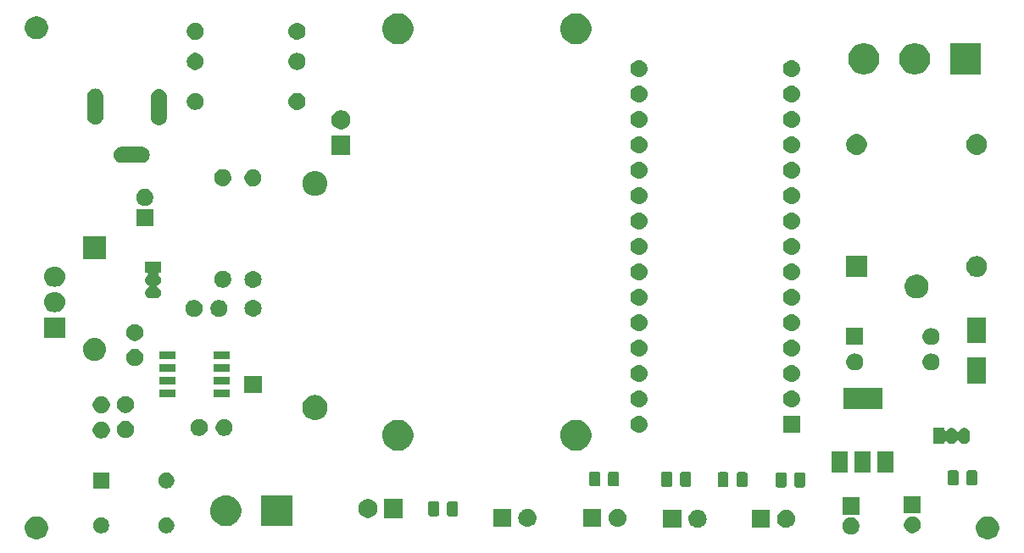
<source format=gbr>
G04 #@! TF.GenerationSoftware,KiCad,Pcbnew,(5.0.1)-3*
G04 #@! TF.CreationDate,2021-06-13T08:30:19+05:45*
G04 #@! TF.ProjectId,Logic-circuit,4C6F6769632D636972637569742E6B69,rev?*
G04 #@! TF.SameCoordinates,Original*
G04 #@! TF.FileFunction,Soldermask,Top*
G04 #@! TF.FilePolarity,Negative*
%FSLAX46Y46*%
G04 Gerber Fmt 4.6, Leading zero omitted, Abs format (unit mm)*
G04 Created by KiCad (PCBNEW (5.0.1)-3) date 6/13/2021 8:30:19 AM*
%MOMM*%
%LPD*%
G01*
G04 APERTURE LIST*
%ADD10C,0.100000*%
G04 APERTURE END LIST*
D10*
G36*
X90835734Y-111393232D02*
X91045202Y-111479996D01*
X91233723Y-111605962D01*
X91394038Y-111766277D01*
X91520004Y-111954798D01*
X91606768Y-112164266D01*
X91651000Y-112386635D01*
X91651000Y-112613365D01*
X91606768Y-112835734D01*
X91520004Y-113045202D01*
X91394038Y-113233723D01*
X91233723Y-113394038D01*
X91045202Y-113520004D01*
X90835734Y-113606768D01*
X90613365Y-113651000D01*
X90386635Y-113651000D01*
X90164266Y-113606768D01*
X89954798Y-113520004D01*
X89766277Y-113394038D01*
X89605962Y-113233723D01*
X89479996Y-113045202D01*
X89393232Y-112835734D01*
X89349000Y-112613365D01*
X89349000Y-112386635D01*
X89393232Y-112164266D01*
X89479996Y-111954798D01*
X89605962Y-111766277D01*
X89766277Y-111605962D01*
X89954798Y-111479996D01*
X90164266Y-111393232D01*
X90386635Y-111349000D01*
X90613365Y-111349000D01*
X90835734Y-111393232D01*
X90835734Y-111393232D01*
G37*
G36*
X185835734Y-111393232D02*
X186045202Y-111479996D01*
X186233723Y-111605962D01*
X186394038Y-111766277D01*
X186520004Y-111954798D01*
X186606768Y-112164266D01*
X186651000Y-112386635D01*
X186651000Y-112613365D01*
X186606768Y-112835734D01*
X186520004Y-113045202D01*
X186394038Y-113233723D01*
X186233723Y-113394038D01*
X186045202Y-113520004D01*
X185835734Y-113606768D01*
X185613365Y-113651000D01*
X185386635Y-113651000D01*
X185164266Y-113606768D01*
X184954798Y-113520004D01*
X184766277Y-113394038D01*
X184605962Y-113233723D01*
X184479996Y-113045202D01*
X184393232Y-112835734D01*
X184349000Y-112613365D01*
X184349000Y-112386635D01*
X184393232Y-112164266D01*
X184479996Y-111954798D01*
X184605962Y-111766277D01*
X184766277Y-111605962D01*
X184954798Y-111479996D01*
X185164266Y-111393232D01*
X185386635Y-111349000D01*
X185613365Y-111349000D01*
X185835734Y-111393232D01*
X185835734Y-111393232D01*
G37*
G36*
X172098228Y-111501703D02*
X172253100Y-111565853D01*
X172392481Y-111658985D01*
X172511015Y-111777519D01*
X172604147Y-111916900D01*
X172668297Y-112071772D01*
X172701000Y-112236184D01*
X172701000Y-112403816D01*
X172668297Y-112568228D01*
X172604147Y-112723100D01*
X172511015Y-112862481D01*
X172392481Y-112981015D01*
X172253100Y-113074147D01*
X172098228Y-113138297D01*
X171933816Y-113171000D01*
X171766184Y-113171000D01*
X171601772Y-113138297D01*
X171446900Y-113074147D01*
X171307519Y-112981015D01*
X171188985Y-112862481D01*
X171095853Y-112723100D01*
X171031703Y-112568228D01*
X170999000Y-112403816D01*
X170999000Y-112236184D01*
X171031703Y-112071772D01*
X171095853Y-111916900D01*
X171188985Y-111777519D01*
X171307519Y-111658985D01*
X171446900Y-111565853D01*
X171601772Y-111501703D01*
X171766184Y-111469000D01*
X171933816Y-111469000D01*
X172098228Y-111501703D01*
X172098228Y-111501703D01*
G37*
G36*
X97203352Y-111490743D02*
X97348941Y-111551048D01*
X97479973Y-111638601D01*
X97591399Y-111750027D01*
X97678952Y-111881059D01*
X97739257Y-112026648D01*
X97770000Y-112181205D01*
X97770000Y-112338795D01*
X97739257Y-112493352D01*
X97678952Y-112638941D01*
X97591399Y-112769973D01*
X97479973Y-112881399D01*
X97348941Y-112968952D01*
X97203352Y-113029257D01*
X97048795Y-113060000D01*
X96891205Y-113060000D01*
X96736648Y-113029257D01*
X96591059Y-112968952D01*
X96460027Y-112881399D01*
X96348601Y-112769973D01*
X96261048Y-112638941D01*
X96200743Y-112493352D01*
X96170000Y-112338795D01*
X96170000Y-112181205D01*
X96200743Y-112026648D01*
X96261048Y-111881059D01*
X96348601Y-111750027D01*
X96460027Y-111638601D01*
X96591059Y-111551048D01*
X96736648Y-111490743D01*
X96891205Y-111460000D01*
X97048795Y-111460000D01*
X97203352Y-111490743D01*
X97203352Y-111490743D01*
G37*
G36*
X103703352Y-111490743D02*
X103848941Y-111551048D01*
X103979973Y-111638601D01*
X104091399Y-111750027D01*
X104178952Y-111881059D01*
X104239257Y-112026648D01*
X104270000Y-112181205D01*
X104270000Y-112338795D01*
X104239257Y-112493352D01*
X104178952Y-112638941D01*
X104091399Y-112769973D01*
X103979973Y-112881399D01*
X103848941Y-112968952D01*
X103703352Y-113029257D01*
X103548795Y-113060000D01*
X103391205Y-113060000D01*
X103236648Y-113029257D01*
X103091059Y-112968952D01*
X102960027Y-112881399D01*
X102848601Y-112769973D01*
X102761048Y-112638941D01*
X102700743Y-112493352D01*
X102670000Y-112338795D01*
X102670000Y-112181205D01*
X102700743Y-112026648D01*
X102761048Y-111881059D01*
X102848601Y-111750027D01*
X102960027Y-111638601D01*
X103091059Y-111551048D01*
X103236648Y-111490743D01*
X103391205Y-111460000D01*
X103548795Y-111460000D01*
X103703352Y-111490743D01*
X103703352Y-111490743D01*
G37*
G36*
X178248228Y-111371703D02*
X178403100Y-111435853D01*
X178542481Y-111528985D01*
X178661015Y-111647519D01*
X178754147Y-111786900D01*
X178818297Y-111941772D01*
X178851000Y-112106184D01*
X178851000Y-112273816D01*
X178818297Y-112438228D01*
X178754147Y-112593100D01*
X178661015Y-112732481D01*
X178542481Y-112851015D01*
X178403100Y-112944147D01*
X178248228Y-113008297D01*
X178083816Y-113041000D01*
X177916184Y-113041000D01*
X177751772Y-113008297D01*
X177596900Y-112944147D01*
X177457519Y-112851015D01*
X177338985Y-112732481D01*
X177245853Y-112593100D01*
X177181703Y-112438228D01*
X177149000Y-112273816D01*
X177149000Y-112106184D01*
X177181703Y-111941772D01*
X177245853Y-111786900D01*
X177338985Y-111647519D01*
X177457519Y-111528985D01*
X177596900Y-111435853D01*
X177751772Y-111371703D01*
X177916184Y-111339000D01*
X178083816Y-111339000D01*
X178248228Y-111371703D01*
X178248228Y-111371703D01*
G37*
G36*
X154901000Y-112491000D02*
X153099000Y-112491000D01*
X153099000Y-110689000D01*
X154901000Y-110689000D01*
X154901000Y-112491000D01*
X154901000Y-112491000D01*
G37*
G36*
X165480442Y-110695518D02*
X165546627Y-110702037D01*
X165659853Y-110736384D01*
X165716467Y-110753557D01*
X165855087Y-110827652D01*
X165872991Y-110837222D01*
X165900519Y-110859814D01*
X166010186Y-110949814D01*
X166085019Y-111041000D01*
X166122778Y-111087009D01*
X166122779Y-111087011D01*
X166206443Y-111243533D01*
X166206443Y-111243534D01*
X166257963Y-111413373D01*
X166275359Y-111590000D01*
X166257963Y-111766627D01*
X166251265Y-111788707D01*
X166206443Y-111936467D01*
X166158239Y-112026649D01*
X166122778Y-112092991D01*
X166093448Y-112128729D01*
X166010186Y-112230186D01*
X165935600Y-112291396D01*
X165872991Y-112342778D01*
X165872989Y-112342779D01*
X165716467Y-112426443D01*
X165677616Y-112438228D01*
X165546627Y-112477963D01*
X165480442Y-112484482D01*
X165414260Y-112491000D01*
X165325740Y-112491000D01*
X165259558Y-112484482D01*
X165193373Y-112477963D01*
X165062384Y-112438228D01*
X165023533Y-112426443D01*
X164867011Y-112342779D01*
X164867009Y-112342778D01*
X164804400Y-112291396D01*
X164729814Y-112230186D01*
X164646552Y-112128729D01*
X164617222Y-112092991D01*
X164581761Y-112026649D01*
X164533557Y-111936467D01*
X164488735Y-111788707D01*
X164482037Y-111766627D01*
X164464641Y-111590000D01*
X164482037Y-111413373D01*
X164533557Y-111243534D01*
X164533557Y-111243533D01*
X164617221Y-111087011D01*
X164617222Y-111087009D01*
X164654981Y-111041000D01*
X164729814Y-110949814D01*
X164839481Y-110859814D01*
X164867009Y-110837222D01*
X164884913Y-110827652D01*
X165023533Y-110753557D01*
X165080147Y-110736384D01*
X165193373Y-110702037D01*
X165259558Y-110695518D01*
X165325740Y-110689000D01*
X165414260Y-110689000D01*
X165480442Y-110695518D01*
X165480442Y-110695518D01*
G37*
G36*
X163731000Y-112491000D02*
X161929000Y-112491000D01*
X161929000Y-110689000D01*
X163731000Y-110689000D01*
X163731000Y-112491000D01*
X163731000Y-112491000D01*
G37*
G36*
X156650442Y-110695518D02*
X156716627Y-110702037D01*
X156829853Y-110736384D01*
X156886467Y-110753557D01*
X157025087Y-110827652D01*
X157042991Y-110837222D01*
X157070519Y-110859814D01*
X157180186Y-110949814D01*
X157255019Y-111041000D01*
X157292778Y-111087009D01*
X157292779Y-111087011D01*
X157376443Y-111243533D01*
X157376443Y-111243534D01*
X157427963Y-111413373D01*
X157445359Y-111590000D01*
X157427963Y-111766627D01*
X157421265Y-111788707D01*
X157376443Y-111936467D01*
X157328239Y-112026649D01*
X157292778Y-112092991D01*
X157263448Y-112128729D01*
X157180186Y-112230186D01*
X157105600Y-112291396D01*
X157042991Y-112342778D01*
X157042989Y-112342779D01*
X156886467Y-112426443D01*
X156847616Y-112438228D01*
X156716627Y-112477963D01*
X156650442Y-112484482D01*
X156584260Y-112491000D01*
X156495740Y-112491000D01*
X156429558Y-112484482D01*
X156363373Y-112477963D01*
X156232384Y-112438228D01*
X156193533Y-112426443D01*
X156037011Y-112342779D01*
X156037009Y-112342778D01*
X155974400Y-112291396D01*
X155899814Y-112230186D01*
X155816552Y-112128729D01*
X155787222Y-112092991D01*
X155751761Y-112026649D01*
X155703557Y-111936467D01*
X155658735Y-111788707D01*
X155652037Y-111766627D01*
X155634641Y-111590000D01*
X155652037Y-111413373D01*
X155703557Y-111243534D01*
X155703557Y-111243533D01*
X155787221Y-111087011D01*
X155787222Y-111087009D01*
X155824981Y-111041000D01*
X155899814Y-110949814D01*
X156009481Y-110859814D01*
X156037009Y-110837222D01*
X156054913Y-110827652D01*
X156193533Y-110753557D01*
X156250147Y-110736384D01*
X156363373Y-110702037D01*
X156429558Y-110695518D01*
X156495740Y-110689000D01*
X156584260Y-110689000D01*
X156650442Y-110695518D01*
X156650442Y-110695518D01*
G37*
G36*
X148650443Y-110605519D02*
X148716627Y-110612037D01*
X148829853Y-110646384D01*
X148886467Y-110663557D01*
X149025087Y-110737652D01*
X149042991Y-110747222D01*
X149050710Y-110753557D01*
X149180186Y-110859814D01*
X149254046Y-110949814D01*
X149292778Y-110997009D01*
X149302348Y-111014913D01*
X149376443Y-111153533D01*
X149393616Y-111210147D01*
X149427963Y-111323373D01*
X149445359Y-111500000D01*
X149427963Y-111676627D01*
X149405697Y-111750027D01*
X149376443Y-111846467D01*
X149318538Y-111954798D01*
X149292778Y-112002991D01*
X149273363Y-112026648D01*
X149180186Y-112140186D01*
X149078729Y-112223448D01*
X149042991Y-112252778D01*
X149042989Y-112252779D01*
X148886467Y-112336443D01*
X148838478Y-112351000D01*
X148716627Y-112387963D01*
X148650443Y-112394481D01*
X148584260Y-112401000D01*
X148495740Y-112401000D01*
X148429557Y-112394481D01*
X148363373Y-112387963D01*
X148241522Y-112351000D01*
X148193533Y-112336443D01*
X148037011Y-112252779D01*
X148037009Y-112252778D01*
X148001271Y-112223448D01*
X147899814Y-112140186D01*
X147806637Y-112026648D01*
X147787222Y-112002991D01*
X147761462Y-111954798D01*
X147703557Y-111846467D01*
X147674303Y-111750027D01*
X147652037Y-111676627D01*
X147634641Y-111500000D01*
X147652037Y-111323373D01*
X147686384Y-111210147D01*
X147703557Y-111153533D01*
X147777652Y-111014913D01*
X147787222Y-110997009D01*
X147825954Y-110949814D01*
X147899814Y-110859814D01*
X148029290Y-110753557D01*
X148037009Y-110747222D01*
X148054913Y-110737652D01*
X148193533Y-110663557D01*
X148250147Y-110646384D01*
X148363373Y-110612037D01*
X148429557Y-110605519D01*
X148495740Y-110599000D01*
X148584260Y-110599000D01*
X148650443Y-110605519D01*
X148650443Y-110605519D01*
G37*
G36*
X137901000Y-112401000D02*
X136099000Y-112401000D01*
X136099000Y-110599000D01*
X137901000Y-110599000D01*
X137901000Y-112401000D01*
X137901000Y-112401000D01*
G37*
G36*
X139650443Y-110605519D02*
X139716627Y-110612037D01*
X139829853Y-110646384D01*
X139886467Y-110663557D01*
X140025087Y-110737652D01*
X140042991Y-110747222D01*
X140050710Y-110753557D01*
X140180186Y-110859814D01*
X140254046Y-110949814D01*
X140292778Y-110997009D01*
X140302348Y-111014913D01*
X140376443Y-111153533D01*
X140393616Y-111210147D01*
X140427963Y-111323373D01*
X140445359Y-111500000D01*
X140427963Y-111676627D01*
X140405697Y-111750027D01*
X140376443Y-111846467D01*
X140318538Y-111954798D01*
X140292778Y-112002991D01*
X140273363Y-112026648D01*
X140180186Y-112140186D01*
X140078729Y-112223448D01*
X140042991Y-112252778D01*
X140042989Y-112252779D01*
X139886467Y-112336443D01*
X139838478Y-112351000D01*
X139716627Y-112387963D01*
X139650443Y-112394481D01*
X139584260Y-112401000D01*
X139495740Y-112401000D01*
X139429557Y-112394481D01*
X139363373Y-112387963D01*
X139241522Y-112351000D01*
X139193533Y-112336443D01*
X139037011Y-112252779D01*
X139037009Y-112252778D01*
X139001271Y-112223448D01*
X138899814Y-112140186D01*
X138806637Y-112026648D01*
X138787222Y-112002991D01*
X138761462Y-111954798D01*
X138703557Y-111846467D01*
X138674303Y-111750027D01*
X138652037Y-111676627D01*
X138634641Y-111500000D01*
X138652037Y-111323373D01*
X138686384Y-111210147D01*
X138703557Y-111153533D01*
X138777652Y-111014913D01*
X138787222Y-110997009D01*
X138825954Y-110949814D01*
X138899814Y-110859814D01*
X139029290Y-110753557D01*
X139037009Y-110747222D01*
X139054913Y-110737652D01*
X139193533Y-110663557D01*
X139250147Y-110646384D01*
X139363373Y-110612037D01*
X139429557Y-110605519D01*
X139495740Y-110599000D01*
X139584260Y-110599000D01*
X139650443Y-110605519D01*
X139650443Y-110605519D01*
G37*
G36*
X146901000Y-112401000D02*
X145099000Y-112401000D01*
X145099000Y-110599000D01*
X146901000Y-110599000D01*
X146901000Y-112401000D01*
X146901000Y-112401000D01*
G37*
G36*
X109752527Y-109288736D02*
X109852410Y-109308604D01*
X110134674Y-109425521D01*
X110388705Y-109595259D01*
X110604741Y-109811295D01*
X110774479Y-110065326D01*
X110792790Y-110109534D01*
X110891396Y-110347591D01*
X110951000Y-110647238D01*
X110951000Y-110952762D01*
X110924296Y-111087009D01*
X110891396Y-111252410D01*
X110774479Y-111534674D01*
X110604741Y-111788705D01*
X110388705Y-112004741D01*
X110134674Y-112174479D01*
X109852410Y-112291396D01*
X109752527Y-112311264D01*
X109552762Y-112351000D01*
X109247238Y-112351000D01*
X109047473Y-112311264D01*
X108947590Y-112291396D01*
X108665326Y-112174479D01*
X108411295Y-112004741D01*
X108195259Y-111788705D01*
X108025521Y-111534674D01*
X107908604Y-111252410D01*
X107875704Y-111087009D01*
X107849000Y-110952762D01*
X107849000Y-110647238D01*
X107908604Y-110347591D01*
X108007210Y-110109534D01*
X108025521Y-110065326D01*
X108195259Y-109811295D01*
X108411295Y-109595259D01*
X108665326Y-109425521D01*
X108947590Y-109308604D01*
X109047473Y-109288736D01*
X109247238Y-109249000D01*
X109552762Y-109249000D01*
X109752527Y-109288736D01*
X109752527Y-109288736D01*
G37*
G36*
X116031000Y-112351000D02*
X112929000Y-112351000D01*
X112929000Y-109249000D01*
X116031000Y-109249000D01*
X116031000Y-112351000D01*
X116031000Y-112351000D01*
G37*
G36*
X123897396Y-109645546D02*
X124070466Y-109717234D01*
X124226230Y-109821312D01*
X124358688Y-109953770D01*
X124462766Y-110109534D01*
X124534454Y-110282604D01*
X124571000Y-110466333D01*
X124571000Y-110653667D01*
X124534454Y-110837396D01*
X124462766Y-111010466D01*
X124358688Y-111166230D01*
X124226230Y-111298688D01*
X124070466Y-111402766D01*
X123897396Y-111474454D01*
X123713667Y-111511000D01*
X123526333Y-111511000D01*
X123342604Y-111474454D01*
X123169534Y-111402766D01*
X123013770Y-111298688D01*
X122881312Y-111166230D01*
X122777234Y-111010466D01*
X122705546Y-110837396D01*
X122669000Y-110653667D01*
X122669000Y-110466333D01*
X122705546Y-110282604D01*
X122777234Y-110109534D01*
X122881312Y-109953770D01*
X123013770Y-109821312D01*
X123169534Y-109717234D01*
X123342604Y-109645546D01*
X123526333Y-109609000D01*
X123713667Y-109609000D01*
X123897396Y-109645546D01*
X123897396Y-109645546D01*
G37*
G36*
X127111000Y-111511000D02*
X125209000Y-111511000D01*
X125209000Y-109609000D01*
X127111000Y-109609000D01*
X127111000Y-111511000D01*
X127111000Y-111511000D01*
G37*
G36*
X130554466Y-109843565D02*
X130593137Y-109855296D01*
X130628779Y-109874348D01*
X130660017Y-109899983D01*
X130685652Y-109931221D01*
X130704704Y-109966863D01*
X130716435Y-110005534D01*
X130721000Y-110051888D01*
X130721000Y-111128112D01*
X130716435Y-111174466D01*
X130704704Y-111213137D01*
X130685652Y-111248779D01*
X130660017Y-111280017D01*
X130628779Y-111305652D01*
X130593137Y-111324704D01*
X130554466Y-111336435D01*
X130508112Y-111341000D01*
X129856888Y-111341000D01*
X129810534Y-111336435D01*
X129771863Y-111324704D01*
X129736221Y-111305652D01*
X129704983Y-111280017D01*
X129679348Y-111248779D01*
X129660296Y-111213137D01*
X129648565Y-111174466D01*
X129644000Y-111128112D01*
X129644000Y-110051888D01*
X129648565Y-110005534D01*
X129660296Y-109966863D01*
X129679348Y-109931221D01*
X129704983Y-109899983D01*
X129736221Y-109874348D01*
X129771863Y-109855296D01*
X129810534Y-109843565D01*
X129856888Y-109839000D01*
X130508112Y-109839000D01*
X130554466Y-109843565D01*
X130554466Y-109843565D01*
G37*
G36*
X132429466Y-109843565D02*
X132468137Y-109855296D01*
X132503779Y-109874348D01*
X132535017Y-109899983D01*
X132560652Y-109931221D01*
X132579704Y-109966863D01*
X132591435Y-110005534D01*
X132596000Y-110051888D01*
X132596000Y-111128112D01*
X132591435Y-111174466D01*
X132579704Y-111213137D01*
X132560652Y-111248779D01*
X132535017Y-111280017D01*
X132503779Y-111305652D01*
X132468137Y-111324704D01*
X132429466Y-111336435D01*
X132383112Y-111341000D01*
X131731888Y-111341000D01*
X131685534Y-111336435D01*
X131646863Y-111324704D01*
X131611221Y-111305652D01*
X131579983Y-111280017D01*
X131554348Y-111248779D01*
X131535296Y-111213137D01*
X131523565Y-111174466D01*
X131519000Y-111128112D01*
X131519000Y-110051888D01*
X131523565Y-110005534D01*
X131535296Y-109966863D01*
X131554348Y-109931221D01*
X131579983Y-109899983D01*
X131611221Y-109874348D01*
X131646863Y-109855296D01*
X131685534Y-109843565D01*
X131731888Y-109839000D01*
X132383112Y-109839000D01*
X132429466Y-109843565D01*
X132429466Y-109843565D01*
G37*
G36*
X172701000Y-111171000D02*
X170999000Y-111171000D01*
X170999000Y-109469000D01*
X172701000Y-109469000D01*
X172701000Y-111171000D01*
X172701000Y-111171000D01*
G37*
G36*
X178851000Y-111041000D02*
X177149000Y-111041000D01*
X177149000Y-109339000D01*
X178851000Y-109339000D01*
X178851000Y-111041000D01*
X178851000Y-111041000D01*
G37*
G36*
X103703352Y-106990743D02*
X103848941Y-107051048D01*
X103979973Y-107138601D01*
X104091399Y-107250027D01*
X104178952Y-107381059D01*
X104239257Y-107526648D01*
X104270000Y-107681205D01*
X104270000Y-107838795D01*
X104239257Y-107993352D01*
X104178952Y-108138941D01*
X104091399Y-108269973D01*
X103979973Y-108381399D01*
X103848941Y-108468952D01*
X103703352Y-108529257D01*
X103548795Y-108560000D01*
X103391205Y-108560000D01*
X103236648Y-108529257D01*
X103091059Y-108468952D01*
X102960027Y-108381399D01*
X102848601Y-108269973D01*
X102761048Y-108138941D01*
X102700743Y-107993352D01*
X102670000Y-107838795D01*
X102670000Y-107681205D01*
X102700743Y-107526648D01*
X102761048Y-107381059D01*
X102848601Y-107250027D01*
X102960027Y-107138601D01*
X103091059Y-107051048D01*
X103236648Y-106990743D01*
X103391205Y-106960000D01*
X103548795Y-106960000D01*
X103703352Y-106990743D01*
X103703352Y-106990743D01*
G37*
G36*
X97770000Y-108560000D02*
X96170000Y-108560000D01*
X96170000Y-106960000D01*
X97770000Y-106960000D01*
X97770000Y-108560000D01*
X97770000Y-108560000D01*
G37*
G36*
X167119466Y-106963565D02*
X167158137Y-106975296D01*
X167193779Y-106994348D01*
X167225017Y-107019983D01*
X167250652Y-107051221D01*
X167269704Y-107086863D01*
X167281435Y-107125534D01*
X167286000Y-107171888D01*
X167286000Y-108248112D01*
X167281435Y-108294466D01*
X167269704Y-108333137D01*
X167250652Y-108368779D01*
X167225017Y-108400017D01*
X167193779Y-108425652D01*
X167158137Y-108444704D01*
X167119466Y-108456435D01*
X167073112Y-108461000D01*
X166421888Y-108461000D01*
X166375534Y-108456435D01*
X166336863Y-108444704D01*
X166301221Y-108425652D01*
X166269983Y-108400017D01*
X166244348Y-108368779D01*
X166225296Y-108333137D01*
X166213565Y-108294466D01*
X166209000Y-108248112D01*
X166209000Y-107171888D01*
X166213565Y-107125534D01*
X166225296Y-107086863D01*
X166244348Y-107051221D01*
X166269983Y-107019983D01*
X166301221Y-106994348D01*
X166336863Y-106975296D01*
X166375534Y-106963565D01*
X166421888Y-106959000D01*
X167073112Y-106959000D01*
X167119466Y-106963565D01*
X167119466Y-106963565D01*
G37*
G36*
X165244466Y-106963565D02*
X165283137Y-106975296D01*
X165318779Y-106994348D01*
X165350017Y-107019983D01*
X165375652Y-107051221D01*
X165394704Y-107086863D01*
X165406435Y-107125534D01*
X165411000Y-107171888D01*
X165411000Y-108248112D01*
X165406435Y-108294466D01*
X165394704Y-108333137D01*
X165375652Y-108368779D01*
X165350017Y-108400017D01*
X165318779Y-108425652D01*
X165283137Y-108444704D01*
X165244466Y-108456435D01*
X165198112Y-108461000D01*
X164546888Y-108461000D01*
X164500534Y-108456435D01*
X164461863Y-108444704D01*
X164426221Y-108425652D01*
X164394983Y-108400017D01*
X164369348Y-108368779D01*
X164350296Y-108333137D01*
X164338565Y-108294466D01*
X164334000Y-108248112D01*
X164334000Y-107171888D01*
X164338565Y-107125534D01*
X164350296Y-107086863D01*
X164369348Y-107051221D01*
X164394983Y-107019983D01*
X164426221Y-106994348D01*
X164461863Y-106975296D01*
X164500534Y-106963565D01*
X164546888Y-106959000D01*
X165198112Y-106959000D01*
X165244466Y-106963565D01*
X165244466Y-106963565D01*
G37*
G36*
X161339466Y-106933565D02*
X161378137Y-106945296D01*
X161413779Y-106964348D01*
X161445017Y-106989983D01*
X161470652Y-107021221D01*
X161489704Y-107056863D01*
X161501435Y-107095534D01*
X161506000Y-107141888D01*
X161506000Y-108218112D01*
X161501435Y-108264466D01*
X161489704Y-108303137D01*
X161470652Y-108338779D01*
X161445017Y-108370017D01*
X161413779Y-108395652D01*
X161378137Y-108414704D01*
X161339466Y-108426435D01*
X161293112Y-108431000D01*
X160641888Y-108431000D01*
X160595534Y-108426435D01*
X160556863Y-108414704D01*
X160521221Y-108395652D01*
X160489983Y-108370017D01*
X160464348Y-108338779D01*
X160445296Y-108303137D01*
X160433565Y-108264466D01*
X160429000Y-108218112D01*
X160429000Y-107141888D01*
X160433565Y-107095534D01*
X160445296Y-107056863D01*
X160464348Y-107021221D01*
X160489983Y-106989983D01*
X160521221Y-106964348D01*
X160556863Y-106945296D01*
X160595534Y-106933565D01*
X160641888Y-106929000D01*
X161293112Y-106929000D01*
X161339466Y-106933565D01*
X161339466Y-106933565D01*
G37*
G36*
X159464466Y-106933565D02*
X159503137Y-106945296D01*
X159538779Y-106964348D01*
X159570017Y-106989983D01*
X159595652Y-107021221D01*
X159614704Y-107056863D01*
X159626435Y-107095534D01*
X159631000Y-107141888D01*
X159631000Y-108218112D01*
X159626435Y-108264466D01*
X159614704Y-108303137D01*
X159595652Y-108338779D01*
X159570017Y-108370017D01*
X159538779Y-108395652D01*
X159503137Y-108414704D01*
X159464466Y-108426435D01*
X159418112Y-108431000D01*
X158766888Y-108431000D01*
X158720534Y-108426435D01*
X158681863Y-108414704D01*
X158646221Y-108395652D01*
X158614983Y-108370017D01*
X158589348Y-108338779D01*
X158570296Y-108303137D01*
X158558565Y-108264466D01*
X158554000Y-108218112D01*
X158554000Y-107141888D01*
X158558565Y-107095534D01*
X158570296Y-107056863D01*
X158589348Y-107021221D01*
X158614983Y-106989983D01*
X158646221Y-106964348D01*
X158681863Y-106945296D01*
X158720534Y-106933565D01*
X158766888Y-106929000D01*
X159418112Y-106929000D01*
X159464466Y-106933565D01*
X159464466Y-106933565D01*
G37*
G36*
X155711466Y-106893565D02*
X155750137Y-106905296D01*
X155785779Y-106924348D01*
X155817017Y-106949983D01*
X155842652Y-106981221D01*
X155861704Y-107016863D01*
X155873435Y-107055534D01*
X155878000Y-107101888D01*
X155878000Y-108178112D01*
X155873435Y-108224466D01*
X155861704Y-108263137D01*
X155842652Y-108298779D01*
X155817017Y-108330017D01*
X155785779Y-108355652D01*
X155750137Y-108374704D01*
X155711466Y-108386435D01*
X155665112Y-108391000D01*
X155013888Y-108391000D01*
X154967534Y-108386435D01*
X154928863Y-108374704D01*
X154893221Y-108355652D01*
X154861983Y-108330017D01*
X154836348Y-108298779D01*
X154817296Y-108263137D01*
X154805565Y-108224466D01*
X154801000Y-108178112D01*
X154801000Y-107101888D01*
X154805565Y-107055534D01*
X154817296Y-107016863D01*
X154836348Y-106981221D01*
X154861983Y-106949983D01*
X154893221Y-106924348D01*
X154928863Y-106905296D01*
X154967534Y-106893565D01*
X155013888Y-106889000D01*
X155665112Y-106889000D01*
X155711466Y-106893565D01*
X155711466Y-106893565D01*
G37*
G36*
X153836466Y-106893565D02*
X153875137Y-106905296D01*
X153910779Y-106924348D01*
X153942017Y-106949983D01*
X153967652Y-106981221D01*
X153986704Y-107016863D01*
X153998435Y-107055534D01*
X154003000Y-107101888D01*
X154003000Y-108178112D01*
X153998435Y-108224466D01*
X153986704Y-108263137D01*
X153967652Y-108298779D01*
X153942017Y-108330017D01*
X153910779Y-108355652D01*
X153875137Y-108374704D01*
X153836466Y-108386435D01*
X153790112Y-108391000D01*
X153138888Y-108391000D01*
X153092534Y-108386435D01*
X153053863Y-108374704D01*
X153018221Y-108355652D01*
X152986983Y-108330017D01*
X152961348Y-108298779D01*
X152942296Y-108263137D01*
X152930565Y-108224466D01*
X152926000Y-108178112D01*
X152926000Y-107101888D01*
X152930565Y-107055534D01*
X152942296Y-107016863D01*
X152961348Y-106981221D01*
X152986983Y-106949983D01*
X153018221Y-106924348D01*
X153053863Y-106905296D01*
X153092534Y-106893565D01*
X153138888Y-106889000D01*
X153790112Y-106889000D01*
X153836466Y-106893565D01*
X153836466Y-106893565D01*
G37*
G36*
X148517466Y-106873565D02*
X148556137Y-106885296D01*
X148591779Y-106904348D01*
X148623017Y-106929983D01*
X148648652Y-106961221D01*
X148667704Y-106996863D01*
X148679435Y-107035534D01*
X148684000Y-107081888D01*
X148684000Y-108158112D01*
X148679435Y-108204466D01*
X148667704Y-108243137D01*
X148648652Y-108278779D01*
X148623017Y-108310017D01*
X148591779Y-108335652D01*
X148556137Y-108354704D01*
X148517466Y-108366435D01*
X148471112Y-108371000D01*
X147819888Y-108371000D01*
X147773534Y-108366435D01*
X147734863Y-108354704D01*
X147699221Y-108335652D01*
X147667983Y-108310017D01*
X147642348Y-108278779D01*
X147623296Y-108243137D01*
X147611565Y-108204466D01*
X147607000Y-108158112D01*
X147607000Y-107081888D01*
X147611565Y-107035534D01*
X147623296Y-106996863D01*
X147642348Y-106961221D01*
X147667983Y-106929983D01*
X147699221Y-106904348D01*
X147734863Y-106885296D01*
X147773534Y-106873565D01*
X147819888Y-106869000D01*
X148471112Y-106869000D01*
X148517466Y-106873565D01*
X148517466Y-106873565D01*
G37*
G36*
X146642466Y-106873565D02*
X146681137Y-106885296D01*
X146716779Y-106904348D01*
X146748017Y-106929983D01*
X146773652Y-106961221D01*
X146792704Y-106996863D01*
X146804435Y-107035534D01*
X146809000Y-107081888D01*
X146809000Y-108158112D01*
X146804435Y-108204466D01*
X146792704Y-108243137D01*
X146773652Y-108278779D01*
X146748017Y-108310017D01*
X146716779Y-108335652D01*
X146681137Y-108354704D01*
X146642466Y-108366435D01*
X146596112Y-108371000D01*
X145944888Y-108371000D01*
X145898534Y-108366435D01*
X145859863Y-108354704D01*
X145824221Y-108335652D01*
X145792983Y-108310017D01*
X145767348Y-108278779D01*
X145748296Y-108243137D01*
X145736565Y-108204466D01*
X145732000Y-108158112D01*
X145732000Y-107081888D01*
X145736565Y-107035534D01*
X145748296Y-106996863D01*
X145767348Y-106961221D01*
X145792983Y-106929983D01*
X145824221Y-106904348D01*
X145859863Y-106885296D01*
X145898534Y-106873565D01*
X145944888Y-106869000D01*
X146596112Y-106869000D01*
X146642466Y-106873565D01*
X146642466Y-106873565D01*
G37*
G36*
X184309466Y-106753565D02*
X184348137Y-106765296D01*
X184383779Y-106784348D01*
X184415017Y-106809983D01*
X184440652Y-106841221D01*
X184459704Y-106876863D01*
X184471435Y-106915534D01*
X184476000Y-106961888D01*
X184476000Y-108038112D01*
X184471435Y-108084466D01*
X184459704Y-108123137D01*
X184440652Y-108158779D01*
X184415017Y-108190017D01*
X184383779Y-108215652D01*
X184348137Y-108234704D01*
X184309466Y-108246435D01*
X184263112Y-108251000D01*
X183611888Y-108251000D01*
X183565534Y-108246435D01*
X183526863Y-108234704D01*
X183491221Y-108215652D01*
X183459983Y-108190017D01*
X183434348Y-108158779D01*
X183415296Y-108123137D01*
X183403565Y-108084466D01*
X183399000Y-108038112D01*
X183399000Y-106961888D01*
X183403565Y-106915534D01*
X183415296Y-106876863D01*
X183434348Y-106841221D01*
X183459983Y-106809983D01*
X183491221Y-106784348D01*
X183526863Y-106765296D01*
X183565534Y-106753565D01*
X183611888Y-106749000D01*
X184263112Y-106749000D01*
X184309466Y-106753565D01*
X184309466Y-106753565D01*
G37*
G36*
X182434466Y-106753565D02*
X182473137Y-106765296D01*
X182508779Y-106784348D01*
X182540017Y-106809983D01*
X182565652Y-106841221D01*
X182584704Y-106876863D01*
X182596435Y-106915534D01*
X182601000Y-106961888D01*
X182601000Y-108038112D01*
X182596435Y-108084466D01*
X182584704Y-108123137D01*
X182565652Y-108158779D01*
X182540017Y-108190017D01*
X182508779Y-108215652D01*
X182473137Y-108234704D01*
X182434466Y-108246435D01*
X182388112Y-108251000D01*
X181736888Y-108251000D01*
X181690534Y-108246435D01*
X181651863Y-108234704D01*
X181616221Y-108215652D01*
X181584983Y-108190017D01*
X181559348Y-108158779D01*
X181540296Y-108123137D01*
X181528565Y-108084466D01*
X181524000Y-108038112D01*
X181524000Y-106961888D01*
X181528565Y-106915534D01*
X181540296Y-106876863D01*
X181559348Y-106841221D01*
X181584983Y-106809983D01*
X181616221Y-106784348D01*
X181651863Y-106765296D01*
X181690534Y-106753565D01*
X181736888Y-106749000D01*
X182388112Y-106749000D01*
X182434466Y-106753565D01*
X182434466Y-106753565D01*
G37*
G36*
X176131000Y-106941000D02*
X174529000Y-106941000D01*
X174529000Y-104839000D01*
X176131000Y-104839000D01*
X176131000Y-106941000D01*
X176131000Y-106941000D01*
G37*
G36*
X173831000Y-106941000D02*
X172229000Y-106941000D01*
X172229000Y-104839000D01*
X173831000Y-104839000D01*
X173831000Y-106941000D01*
X173831000Y-106941000D01*
G37*
G36*
X171531000Y-106941000D02*
X169929000Y-106941000D01*
X169929000Y-104839000D01*
X171531000Y-104839000D01*
X171531000Y-106941000D01*
X171531000Y-106941000D01*
G37*
G36*
X144722527Y-101738736D02*
X144822410Y-101758604D01*
X145104674Y-101875521D01*
X145358705Y-102045259D01*
X145574741Y-102261295D01*
X145744479Y-102515326D01*
X145861396Y-102797590D01*
X145870798Y-102844858D01*
X145921000Y-103097238D01*
X145921000Y-103402762D01*
X145896029Y-103528297D01*
X145861396Y-103702410D01*
X145744479Y-103984674D01*
X145574741Y-104238705D01*
X145358705Y-104454741D01*
X145104674Y-104624479D01*
X144822410Y-104741396D01*
X144722527Y-104761264D01*
X144522762Y-104801000D01*
X144217238Y-104801000D01*
X144017473Y-104761264D01*
X143917590Y-104741396D01*
X143635326Y-104624479D01*
X143381295Y-104454741D01*
X143165259Y-104238705D01*
X142995521Y-103984674D01*
X142878604Y-103702410D01*
X142843971Y-103528297D01*
X142819000Y-103402762D01*
X142819000Y-103097238D01*
X142869202Y-102844858D01*
X142878604Y-102797590D01*
X142995521Y-102515326D01*
X143165259Y-102261295D01*
X143381295Y-102045259D01*
X143635326Y-101875521D01*
X143917590Y-101758604D01*
X144017473Y-101738736D01*
X144217238Y-101699000D01*
X144522762Y-101699000D01*
X144722527Y-101738736D01*
X144722527Y-101738736D01*
G37*
G36*
X126942527Y-101738736D02*
X127042410Y-101758604D01*
X127324674Y-101875521D01*
X127578705Y-102045259D01*
X127794741Y-102261295D01*
X127964479Y-102515326D01*
X128081396Y-102797590D01*
X128090798Y-102844858D01*
X128141000Y-103097238D01*
X128141000Y-103402762D01*
X128116029Y-103528297D01*
X128081396Y-103702410D01*
X127964479Y-103984674D01*
X127794741Y-104238705D01*
X127578705Y-104454741D01*
X127324674Y-104624479D01*
X127042410Y-104741396D01*
X126942527Y-104761264D01*
X126742762Y-104801000D01*
X126437238Y-104801000D01*
X126237473Y-104761264D01*
X126137590Y-104741396D01*
X125855326Y-104624479D01*
X125601295Y-104454741D01*
X125385259Y-104238705D01*
X125215521Y-103984674D01*
X125098604Y-103702410D01*
X125063971Y-103528297D01*
X125039000Y-103402762D01*
X125039000Y-103097238D01*
X125089202Y-102844858D01*
X125098604Y-102797590D01*
X125215521Y-102515326D01*
X125385259Y-102261295D01*
X125601295Y-102045259D01*
X125855326Y-101875521D01*
X126137590Y-101758604D01*
X126237473Y-101738736D01*
X126437238Y-101699000D01*
X126742762Y-101699000D01*
X126942527Y-101738736D01*
X126942527Y-101738736D01*
G37*
G36*
X183282915Y-102517334D02*
X183391491Y-102550271D01*
X183491556Y-102603756D01*
X183579264Y-102675736D01*
X183651244Y-102763443D01*
X183704729Y-102863508D01*
X183737666Y-102972084D01*
X183746000Y-103056702D01*
X183746000Y-103563297D01*
X183737666Y-103647916D01*
X183704729Y-103756492D01*
X183651244Y-103856557D01*
X183579264Y-103944264D01*
X183491557Y-104016244D01*
X183391492Y-104069729D01*
X183282916Y-104102666D01*
X183170000Y-104113787D01*
X183057085Y-104102666D01*
X182948509Y-104069729D01*
X182848444Y-104016244D01*
X182760737Y-103944264D01*
X182688757Y-103856557D01*
X182645240Y-103775143D01*
X182631627Y-103754768D01*
X182614299Y-103737441D01*
X182593925Y-103723827D01*
X182571286Y-103714450D01*
X182547253Y-103709669D01*
X182522748Y-103709669D01*
X182498715Y-103714449D01*
X182476076Y-103723827D01*
X182455701Y-103737440D01*
X182438374Y-103754768D01*
X182424760Y-103775143D01*
X182381244Y-103856557D01*
X182309264Y-103944264D01*
X182221557Y-104016244D01*
X182121492Y-104069729D01*
X182012916Y-104102666D01*
X181900000Y-104113787D01*
X181787085Y-104102666D01*
X181678509Y-104069729D01*
X181578444Y-104016244D01*
X181490737Y-103944264D01*
X181427626Y-103867364D01*
X181410299Y-103850036D01*
X181389924Y-103836423D01*
X181367285Y-103827045D01*
X181343252Y-103822265D01*
X181318748Y-103822265D01*
X181294714Y-103827046D01*
X181272075Y-103836423D01*
X181251701Y-103850037D01*
X181234373Y-103867364D01*
X181220760Y-103887739D01*
X181211382Y-103910378D01*
X181206000Y-103946663D01*
X181206000Y-104111000D01*
X180054000Y-104111000D01*
X180054000Y-102509000D01*
X181206000Y-102509000D01*
X181206000Y-102673337D01*
X181208402Y-102697723D01*
X181215515Y-102721172D01*
X181227066Y-102742783D01*
X181242612Y-102761725D01*
X181261554Y-102777271D01*
X181283165Y-102788822D01*
X181306614Y-102795935D01*
X181331000Y-102798337D01*
X181355386Y-102795935D01*
X181378835Y-102788822D01*
X181400446Y-102777271D01*
X181427626Y-102752636D01*
X181490734Y-102675739D01*
X181490736Y-102675736D01*
X181578443Y-102603756D01*
X181678508Y-102550271D01*
X181787084Y-102517334D01*
X181900000Y-102506213D01*
X182012915Y-102517334D01*
X182121491Y-102550271D01*
X182221556Y-102603756D01*
X182309264Y-102675736D01*
X182381244Y-102763443D01*
X182424767Y-102844869D01*
X182438373Y-102865232D01*
X182455700Y-102882560D01*
X182476075Y-102896174D01*
X182498713Y-102905551D01*
X182522747Y-102910332D01*
X182547251Y-102910332D01*
X182571285Y-102905552D01*
X182593924Y-102896175D01*
X182614298Y-102882561D01*
X182631626Y-102865234D01*
X182645240Y-102844858D01*
X182688756Y-102763444D01*
X182695966Y-102754659D01*
X182760736Y-102675736D01*
X182848443Y-102603756D01*
X182948508Y-102550271D01*
X183057084Y-102517334D01*
X183170000Y-102506213D01*
X183282915Y-102517334D01*
X183282915Y-102517334D01*
G37*
G36*
X97228228Y-101891703D02*
X97383100Y-101955853D01*
X97522481Y-102048985D01*
X97641015Y-102167519D01*
X97734147Y-102306900D01*
X97798297Y-102461772D01*
X97831000Y-102626184D01*
X97831000Y-102793816D01*
X97798297Y-102958228D01*
X97734147Y-103113100D01*
X97641015Y-103252481D01*
X97522481Y-103371015D01*
X97383100Y-103464147D01*
X97228228Y-103528297D01*
X97063816Y-103561000D01*
X96896184Y-103561000D01*
X96731772Y-103528297D01*
X96576900Y-103464147D01*
X96437519Y-103371015D01*
X96318985Y-103252481D01*
X96225853Y-103113100D01*
X96161703Y-102958228D01*
X96129000Y-102793816D01*
X96129000Y-102626184D01*
X96161703Y-102461772D01*
X96225853Y-102306900D01*
X96318985Y-102167519D01*
X96437519Y-102048985D01*
X96576900Y-101955853D01*
X96731772Y-101891703D01*
X96896184Y-101859000D01*
X97063816Y-101859000D01*
X97228228Y-101891703D01*
X97228228Y-101891703D01*
G37*
G36*
X99638228Y-101851703D02*
X99793100Y-101915853D01*
X99932481Y-102008985D01*
X100051015Y-102127519D01*
X100144147Y-102266900D01*
X100208297Y-102421772D01*
X100241000Y-102586184D01*
X100241000Y-102753816D01*
X100208297Y-102918228D01*
X100144147Y-103073100D01*
X100051015Y-103212481D01*
X99932481Y-103331015D01*
X99793100Y-103424147D01*
X99638228Y-103488297D01*
X99473816Y-103521000D01*
X99306184Y-103521000D01*
X99141772Y-103488297D01*
X98986900Y-103424147D01*
X98847519Y-103331015D01*
X98728985Y-103212481D01*
X98635853Y-103073100D01*
X98571703Y-102918228D01*
X98539000Y-102753816D01*
X98539000Y-102586184D01*
X98571703Y-102421772D01*
X98635853Y-102266900D01*
X98728985Y-102127519D01*
X98847519Y-102008985D01*
X98986900Y-101915853D01*
X99141772Y-101851703D01*
X99306184Y-101819000D01*
X99473816Y-101819000D01*
X99638228Y-101851703D01*
X99638228Y-101851703D01*
G37*
G36*
X109498228Y-101641703D02*
X109653100Y-101705853D01*
X109792481Y-101798985D01*
X109911015Y-101917519D01*
X110004147Y-102056900D01*
X110068297Y-102211772D01*
X110101000Y-102376184D01*
X110101000Y-102543816D01*
X110068297Y-102708228D01*
X110004147Y-102863100D01*
X109911015Y-103002481D01*
X109792481Y-103121015D01*
X109653100Y-103214147D01*
X109498228Y-103278297D01*
X109333816Y-103311000D01*
X109166184Y-103311000D01*
X109001772Y-103278297D01*
X108846900Y-103214147D01*
X108707519Y-103121015D01*
X108588985Y-103002481D01*
X108495853Y-102863100D01*
X108431703Y-102708228D01*
X108399000Y-102543816D01*
X108399000Y-102376184D01*
X108431703Y-102211772D01*
X108495853Y-102056900D01*
X108588985Y-101917519D01*
X108707519Y-101798985D01*
X108846900Y-101705853D01*
X109001772Y-101641703D01*
X109166184Y-101609000D01*
X109333816Y-101609000D01*
X109498228Y-101641703D01*
X109498228Y-101641703D01*
G37*
G36*
X106998228Y-101641703D02*
X107153100Y-101705853D01*
X107292481Y-101798985D01*
X107411015Y-101917519D01*
X107504147Y-102056900D01*
X107568297Y-102211772D01*
X107601000Y-102376184D01*
X107601000Y-102543816D01*
X107568297Y-102708228D01*
X107504147Y-102863100D01*
X107411015Y-103002481D01*
X107292481Y-103121015D01*
X107153100Y-103214147D01*
X106998228Y-103278297D01*
X106833816Y-103311000D01*
X106666184Y-103311000D01*
X106501772Y-103278297D01*
X106346900Y-103214147D01*
X106207519Y-103121015D01*
X106088985Y-103002481D01*
X105995853Y-102863100D01*
X105931703Y-102708228D01*
X105899000Y-102543816D01*
X105899000Y-102376184D01*
X105931703Y-102211772D01*
X105995853Y-102056900D01*
X106088985Y-101917519D01*
X106207519Y-101798985D01*
X106346900Y-101705853D01*
X106501772Y-101641703D01*
X106666184Y-101609000D01*
X106833816Y-101609000D01*
X106998228Y-101641703D01*
X106998228Y-101641703D01*
G37*
G36*
X150846821Y-101311313D02*
X150846824Y-101311314D01*
X150846825Y-101311314D01*
X151007239Y-101359975D01*
X151007241Y-101359976D01*
X151007244Y-101359977D01*
X151155078Y-101438995D01*
X151284659Y-101545341D01*
X151391005Y-101674922D01*
X151470023Y-101822756D01*
X151470024Y-101822759D01*
X151470025Y-101822761D01*
X151498264Y-101915853D01*
X151518687Y-101983179D01*
X151535117Y-102150000D01*
X151518687Y-102316821D01*
X151518686Y-102316824D01*
X151518686Y-102316825D01*
X151474717Y-102461772D01*
X151470023Y-102477244D01*
X151391005Y-102625078D01*
X151284659Y-102754659D01*
X151155078Y-102861005D01*
X151007244Y-102940023D01*
X151007241Y-102940024D01*
X151007239Y-102940025D01*
X150846825Y-102988686D01*
X150846824Y-102988686D01*
X150846821Y-102988687D01*
X150721804Y-103001000D01*
X150638196Y-103001000D01*
X150513179Y-102988687D01*
X150513176Y-102988686D01*
X150513175Y-102988686D01*
X150352761Y-102940025D01*
X150352759Y-102940024D01*
X150352756Y-102940023D01*
X150204922Y-102861005D01*
X150075341Y-102754659D01*
X149968995Y-102625078D01*
X149889977Y-102477244D01*
X149885284Y-102461772D01*
X149841314Y-102316825D01*
X149841314Y-102316824D01*
X149841313Y-102316821D01*
X149824883Y-102150000D01*
X149841313Y-101983179D01*
X149861736Y-101915853D01*
X149889975Y-101822761D01*
X149889976Y-101822759D01*
X149889977Y-101822756D01*
X149968995Y-101674922D01*
X150075341Y-101545341D01*
X150204922Y-101438995D01*
X150352756Y-101359977D01*
X150352759Y-101359976D01*
X150352761Y-101359975D01*
X150513175Y-101311314D01*
X150513176Y-101311314D01*
X150513179Y-101311313D01*
X150638196Y-101299000D01*
X150721804Y-101299000D01*
X150846821Y-101311313D01*
X150846821Y-101311313D01*
G37*
G36*
X166771000Y-103001000D02*
X165069000Y-103001000D01*
X165069000Y-101299000D01*
X166771000Y-101299000D01*
X166771000Y-103001000D01*
X166771000Y-103001000D01*
G37*
G36*
X118503635Y-99231019D02*
X118684903Y-99267075D01*
X118912571Y-99361378D01*
X119116542Y-99497668D01*
X119117469Y-99498287D01*
X119291713Y-99672531D01*
X119291715Y-99672534D01*
X119428622Y-99877429D01*
X119522925Y-100105097D01*
X119527119Y-100126184D01*
X119565872Y-100321004D01*
X119571000Y-100346787D01*
X119571000Y-100593213D01*
X119522925Y-100834903D01*
X119428622Y-101062571D01*
X119292332Y-101266542D01*
X119291713Y-101267469D01*
X119117469Y-101441713D01*
X119117466Y-101441715D01*
X118912571Y-101578622D01*
X118684903Y-101672925D01*
X118519362Y-101705853D01*
X118443214Y-101721000D01*
X118196786Y-101721000D01*
X118120638Y-101705853D01*
X117955097Y-101672925D01*
X117727429Y-101578622D01*
X117522534Y-101441715D01*
X117522531Y-101441713D01*
X117348287Y-101267469D01*
X117347668Y-101266542D01*
X117211378Y-101062571D01*
X117117075Y-100834903D01*
X117069000Y-100593213D01*
X117069000Y-100346787D01*
X117074129Y-100321004D01*
X117112881Y-100126184D01*
X117117075Y-100105097D01*
X117211378Y-99877429D01*
X117348285Y-99672534D01*
X117348287Y-99672531D01*
X117522531Y-99498287D01*
X117523458Y-99497668D01*
X117727429Y-99361378D01*
X117955097Y-99267075D01*
X118136365Y-99231019D01*
X118196786Y-99219000D01*
X118443214Y-99219000D01*
X118503635Y-99231019D01*
X118503635Y-99231019D01*
G37*
G36*
X97228228Y-99391703D02*
X97383100Y-99455853D01*
X97522481Y-99548985D01*
X97641015Y-99667519D01*
X97734147Y-99806900D01*
X97798297Y-99961772D01*
X97831000Y-100126184D01*
X97831000Y-100293816D01*
X97798297Y-100458228D01*
X97734147Y-100613100D01*
X97641015Y-100752481D01*
X97522481Y-100871015D01*
X97383100Y-100964147D01*
X97228228Y-101028297D01*
X97063816Y-101061000D01*
X96896184Y-101061000D01*
X96731772Y-101028297D01*
X96576900Y-100964147D01*
X96437519Y-100871015D01*
X96318985Y-100752481D01*
X96225853Y-100613100D01*
X96161703Y-100458228D01*
X96129000Y-100293816D01*
X96129000Y-100126184D01*
X96161703Y-99961772D01*
X96225853Y-99806900D01*
X96318985Y-99667519D01*
X96437519Y-99548985D01*
X96576900Y-99455853D01*
X96731772Y-99391703D01*
X96896184Y-99359000D01*
X97063816Y-99359000D01*
X97228228Y-99391703D01*
X97228228Y-99391703D01*
G37*
G36*
X99638228Y-99351703D02*
X99793100Y-99415853D01*
X99932481Y-99508985D01*
X100051015Y-99627519D01*
X100144147Y-99766900D01*
X100208297Y-99921772D01*
X100241000Y-100086184D01*
X100241000Y-100253816D01*
X100208297Y-100418228D01*
X100144147Y-100573100D01*
X100051015Y-100712481D01*
X99932481Y-100831015D01*
X99793100Y-100924147D01*
X99638228Y-100988297D01*
X99473816Y-101021000D01*
X99306184Y-101021000D01*
X99141772Y-100988297D01*
X98986900Y-100924147D01*
X98847519Y-100831015D01*
X98728985Y-100712481D01*
X98635853Y-100573100D01*
X98571703Y-100418228D01*
X98539000Y-100253816D01*
X98539000Y-100086184D01*
X98571703Y-99921772D01*
X98635853Y-99766900D01*
X98728985Y-99627519D01*
X98847519Y-99508985D01*
X98986900Y-99415853D01*
X99141772Y-99351703D01*
X99306184Y-99319000D01*
X99473816Y-99319000D01*
X99638228Y-99351703D01*
X99638228Y-99351703D01*
G37*
G36*
X174981000Y-100641000D02*
X171079000Y-100641000D01*
X171079000Y-98539000D01*
X174981000Y-98539000D01*
X174981000Y-100641000D01*
X174981000Y-100641000D01*
G37*
G36*
X150846821Y-98771313D02*
X150846824Y-98771314D01*
X150846825Y-98771314D01*
X151007239Y-98819975D01*
X151007241Y-98819976D01*
X151007244Y-98819977D01*
X151155078Y-98898995D01*
X151284659Y-99005341D01*
X151391005Y-99134922D01*
X151470023Y-99282756D01*
X151470024Y-99282759D01*
X151470025Y-99282761D01*
X151493873Y-99361378D01*
X151518687Y-99443179D01*
X151535117Y-99610000D01*
X151518687Y-99776821D01*
X151518686Y-99776824D01*
X151518686Y-99776825D01*
X151474717Y-99921772D01*
X151470023Y-99937244D01*
X151391005Y-100085078D01*
X151284659Y-100214659D01*
X151155078Y-100321005D01*
X151007244Y-100400023D01*
X151007241Y-100400024D01*
X151007239Y-100400025D01*
X150846825Y-100448686D01*
X150846824Y-100448686D01*
X150846821Y-100448687D01*
X150721804Y-100461000D01*
X150638196Y-100461000D01*
X150513179Y-100448687D01*
X150513176Y-100448686D01*
X150513175Y-100448686D01*
X150352761Y-100400025D01*
X150352759Y-100400024D01*
X150352756Y-100400023D01*
X150204922Y-100321005D01*
X150075341Y-100214659D01*
X149968995Y-100085078D01*
X149889977Y-99937244D01*
X149885284Y-99921772D01*
X149841314Y-99776825D01*
X149841314Y-99776824D01*
X149841313Y-99776821D01*
X149824883Y-99610000D01*
X149841313Y-99443179D01*
X149866127Y-99361378D01*
X149889975Y-99282761D01*
X149889976Y-99282759D01*
X149889977Y-99282756D01*
X149968995Y-99134922D01*
X150075341Y-99005341D01*
X150204922Y-98898995D01*
X150352756Y-98819977D01*
X150352759Y-98819976D01*
X150352761Y-98819975D01*
X150513175Y-98771314D01*
X150513176Y-98771314D01*
X150513179Y-98771313D01*
X150638196Y-98759000D01*
X150721804Y-98759000D01*
X150846821Y-98771313D01*
X150846821Y-98771313D01*
G37*
G36*
X166086821Y-98771313D02*
X166086824Y-98771314D01*
X166086825Y-98771314D01*
X166247239Y-98819975D01*
X166247241Y-98819976D01*
X166247244Y-98819977D01*
X166395078Y-98898995D01*
X166524659Y-99005341D01*
X166631005Y-99134922D01*
X166710023Y-99282756D01*
X166710024Y-99282759D01*
X166710025Y-99282761D01*
X166733873Y-99361378D01*
X166758687Y-99443179D01*
X166775117Y-99610000D01*
X166758687Y-99776821D01*
X166758686Y-99776824D01*
X166758686Y-99776825D01*
X166714717Y-99921772D01*
X166710023Y-99937244D01*
X166631005Y-100085078D01*
X166524659Y-100214659D01*
X166395078Y-100321005D01*
X166247244Y-100400023D01*
X166247241Y-100400024D01*
X166247239Y-100400025D01*
X166086825Y-100448686D01*
X166086824Y-100448686D01*
X166086821Y-100448687D01*
X165961804Y-100461000D01*
X165878196Y-100461000D01*
X165753179Y-100448687D01*
X165753176Y-100448686D01*
X165753175Y-100448686D01*
X165592761Y-100400025D01*
X165592759Y-100400024D01*
X165592756Y-100400023D01*
X165444922Y-100321005D01*
X165315341Y-100214659D01*
X165208995Y-100085078D01*
X165129977Y-99937244D01*
X165125284Y-99921772D01*
X165081314Y-99776825D01*
X165081314Y-99776824D01*
X165081313Y-99776821D01*
X165064883Y-99610000D01*
X165081313Y-99443179D01*
X165106127Y-99361378D01*
X165129975Y-99282761D01*
X165129976Y-99282759D01*
X165129977Y-99282756D01*
X165208995Y-99134922D01*
X165315341Y-99005341D01*
X165444922Y-98898995D01*
X165592756Y-98819977D01*
X165592759Y-98819976D01*
X165592761Y-98819975D01*
X165753175Y-98771314D01*
X165753176Y-98771314D01*
X165753179Y-98771313D01*
X165878196Y-98759000D01*
X165961804Y-98759000D01*
X166086821Y-98771313D01*
X166086821Y-98771313D01*
G37*
G36*
X109816000Y-99406000D02*
X108164000Y-99406000D01*
X108164000Y-98704000D01*
X109816000Y-98704000D01*
X109816000Y-99406000D01*
X109816000Y-99406000D01*
G37*
G36*
X104416000Y-99406000D02*
X102764000Y-99406000D01*
X102764000Y-98704000D01*
X104416000Y-98704000D01*
X104416000Y-99406000D01*
X104416000Y-99406000D01*
G37*
G36*
X112991000Y-99021000D02*
X111289000Y-99021000D01*
X111289000Y-97319000D01*
X112991000Y-97319000D01*
X112991000Y-99021000D01*
X112991000Y-99021000D01*
G37*
G36*
X109816000Y-98136000D02*
X108164000Y-98136000D01*
X108164000Y-97434000D01*
X109816000Y-97434000D01*
X109816000Y-98136000D01*
X109816000Y-98136000D01*
G37*
G36*
X104416000Y-98136000D02*
X102764000Y-98136000D01*
X102764000Y-97434000D01*
X104416000Y-97434000D01*
X104416000Y-98136000D01*
X104416000Y-98136000D01*
G37*
G36*
X185341000Y-98061000D02*
X183439000Y-98061000D01*
X183439000Y-95459000D01*
X185341000Y-95459000D01*
X185341000Y-98061000D01*
X185341000Y-98061000D01*
G37*
G36*
X150846821Y-96231313D02*
X150846824Y-96231314D01*
X150846825Y-96231314D01*
X151007239Y-96279975D01*
X151007241Y-96279976D01*
X151007244Y-96279977D01*
X151155078Y-96358995D01*
X151284659Y-96465341D01*
X151391005Y-96594922D01*
X151470023Y-96742756D01*
X151470024Y-96742759D01*
X151470025Y-96742761D01*
X151474856Y-96758687D01*
X151518687Y-96903179D01*
X151535117Y-97070000D01*
X151518687Y-97236821D01*
X151518686Y-97236824D01*
X151518686Y-97236825D01*
X151493759Y-97319000D01*
X151470023Y-97397244D01*
X151391005Y-97545078D01*
X151284659Y-97674659D01*
X151155078Y-97781005D01*
X151007244Y-97860023D01*
X151007241Y-97860024D01*
X151007239Y-97860025D01*
X150846825Y-97908686D01*
X150846824Y-97908686D01*
X150846821Y-97908687D01*
X150721804Y-97921000D01*
X150638196Y-97921000D01*
X150513179Y-97908687D01*
X150513176Y-97908686D01*
X150513175Y-97908686D01*
X150352761Y-97860025D01*
X150352759Y-97860024D01*
X150352756Y-97860023D01*
X150204922Y-97781005D01*
X150075341Y-97674659D01*
X149968995Y-97545078D01*
X149889977Y-97397244D01*
X149866242Y-97319000D01*
X149841314Y-97236825D01*
X149841314Y-97236824D01*
X149841313Y-97236821D01*
X149824883Y-97070000D01*
X149841313Y-96903179D01*
X149885144Y-96758687D01*
X149889975Y-96742761D01*
X149889976Y-96742759D01*
X149889977Y-96742756D01*
X149968995Y-96594922D01*
X150075341Y-96465341D01*
X150204922Y-96358995D01*
X150352756Y-96279977D01*
X150352759Y-96279976D01*
X150352761Y-96279975D01*
X150513175Y-96231314D01*
X150513176Y-96231314D01*
X150513179Y-96231313D01*
X150638196Y-96219000D01*
X150721804Y-96219000D01*
X150846821Y-96231313D01*
X150846821Y-96231313D01*
G37*
G36*
X166086821Y-96231313D02*
X166086824Y-96231314D01*
X166086825Y-96231314D01*
X166247239Y-96279975D01*
X166247241Y-96279976D01*
X166247244Y-96279977D01*
X166395078Y-96358995D01*
X166524659Y-96465341D01*
X166631005Y-96594922D01*
X166710023Y-96742756D01*
X166710024Y-96742759D01*
X166710025Y-96742761D01*
X166714856Y-96758687D01*
X166758687Y-96903179D01*
X166775117Y-97070000D01*
X166758687Y-97236821D01*
X166758686Y-97236824D01*
X166758686Y-97236825D01*
X166733759Y-97319000D01*
X166710023Y-97397244D01*
X166631005Y-97545078D01*
X166524659Y-97674659D01*
X166395078Y-97781005D01*
X166247244Y-97860023D01*
X166247241Y-97860024D01*
X166247239Y-97860025D01*
X166086825Y-97908686D01*
X166086824Y-97908686D01*
X166086821Y-97908687D01*
X165961804Y-97921000D01*
X165878196Y-97921000D01*
X165753179Y-97908687D01*
X165753176Y-97908686D01*
X165753175Y-97908686D01*
X165592761Y-97860025D01*
X165592759Y-97860024D01*
X165592756Y-97860023D01*
X165444922Y-97781005D01*
X165315341Y-97674659D01*
X165208995Y-97545078D01*
X165129977Y-97397244D01*
X165106242Y-97319000D01*
X165081314Y-97236825D01*
X165081314Y-97236824D01*
X165081313Y-97236821D01*
X165064883Y-97070000D01*
X165081313Y-96903179D01*
X165125144Y-96758687D01*
X165129975Y-96742761D01*
X165129976Y-96742759D01*
X165129977Y-96742756D01*
X165208995Y-96594922D01*
X165315341Y-96465341D01*
X165444922Y-96358995D01*
X165592756Y-96279977D01*
X165592759Y-96279976D01*
X165592761Y-96279975D01*
X165753175Y-96231314D01*
X165753176Y-96231314D01*
X165753179Y-96231313D01*
X165878196Y-96219000D01*
X165961804Y-96219000D01*
X166086821Y-96231313D01*
X166086821Y-96231313D01*
G37*
G36*
X104416000Y-96866000D02*
X102764000Y-96866000D01*
X102764000Y-96164000D01*
X104416000Y-96164000D01*
X104416000Y-96866000D01*
X104416000Y-96866000D01*
G37*
G36*
X109816000Y-96866000D02*
X108164000Y-96866000D01*
X108164000Y-96164000D01*
X109816000Y-96164000D01*
X109816000Y-96866000D01*
X109816000Y-96866000D01*
G37*
G36*
X180026821Y-95081313D02*
X180026824Y-95081314D01*
X180026825Y-95081314D01*
X180187239Y-95129975D01*
X180187241Y-95129976D01*
X180187244Y-95129977D01*
X180335078Y-95208995D01*
X180464659Y-95315341D01*
X180571005Y-95444922D01*
X180650023Y-95592756D01*
X180650024Y-95592759D01*
X180650025Y-95592761D01*
X180688085Y-95718228D01*
X180698687Y-95753179D01*
X180715117Y-95920000D01*
X180698687Y-96086821D01*
X180698686Y-96086824D01*
X180698686Y-96086825D01*
X180654856Y-96231314D01*
X180650023Y-96247244D01*
X180571005Y-96395078D01*
X180464659Y-96524659D01*
X180335078Y-96631005D01*
X180187244Y-96710023D01*
X180187241Y-96710024D01*
X180187239Y-96710025D01*
X180026825Y-96758686D01*
X180026824Y-96758686D01*
X180026821Y-96758687D01*
X179901804Y-96771000D01*
X179818196Y-96771000D01*
X179693179Y-96758687D01*
X179693176Y-96758686D01*
X179693175Y-96758686D01*
X179532761Y-96710025D01*
X179532759Y-96710024D01*
X179532756Y-96710023D01*
X179384922Y-96631005D01*
X179255341Y-96524659D01*
X179148995Y-96395078D01*
X179069977Y-96247244D01*
X179065145Y-96231314D01*
X179021314Y-96086825D01*
X179021314Y-96086824D01*
X179021313Y-96086821D01*
X179004883Y-95920000D01*
X179021313Y-95753179D01*
X179031915Y-95718228D01*
X179069975Y-95592761D01*
X179069976Y-95592759D01*
X179069977Y-95592756D01*
X179148995Y-95444922D01*
X179255341Y-95315341D01*
X179384922Y-95208995D01*
X179532756Y-95129977D01*
X179532759Y-95129976D01*
X179532761Y-95129975D01*
X179693175Y-95081314D01*
X179693176Y-95081314D01*
X179693179Y-95081313D01*
X179818196Y-95069000D01*
X179901804Y-95069000D01*
X180026821Y-95081313D01*
X180026821Y-95081313D01*
G37*
G36*
X172406821Y-95081313D02*
X172406824Y-95081314D01*
X172406825Y-95081314D01*
X172567239Y-95129975D01*
X172567241Y-95129976D01*
X172567244Y-95129977D01*
X172715078Y-95208995D01*
X172844659Y-95315341D01*
X172951005Y-95444922D01*
X173030023Y-95592756D01*
X173030024Y-95592759D01*
X173030025Y-95592761D01*
X173068085Y-95718228D01*
X173078687Y-95753179D01*
X173095117Y-95920000D01*
X173078687Y-96086821D01*
X173078686Y-96086824D01*
X173078686Y-96086825D01*
X173034856Y-96231314D01*
X173030023Y-96247244D01*
X172951005Y-96395078D01*
X172844659Y-96524659D01*
X172715078Y-96631005D01*
X172567244Y-96710023D01*
X172567241Y-96710024D01*
X172567239Y-96710025D01*
X172406825Y-96758686D01*
X172406824Y-96758686D01*
X172406821Y-96758687D01*
X172281804Y-96771000D01*
X172198196Y-96771000D01*
X172073179Y-96758687D01*
X172073176Y-96758686D01*
X172073175Y-96758686D01*
X171912761Y-96710025D01*
X171912759Y-96710024D01*
X171912756Y-96710023D01*
X171764922Y-96631005D01*
X171635341Y-96524659D01*
X171528995Y-96395078D01*
X171449977Y-96247244D01*
X171445145Y-96231314D01*
X171401314Y-96086825D01*
X171401314Y-96086824D01*
X171401313Y-96086821D01*
X171384883Y-95920000D01*
X171401313Y-95753179D01*
X171411915Y-95718228D01*
X171449975Y-95592761D01*
X171449976Y-95592759D01*
X171449977Y-95592756D01*
X171528995Y-95444922D01*
X171635341Y-95315341D01*
X171764922Y-95208995D01*
X171912756Y-95129977D01*
X171912759Y-95129976D01*
X171912761Y-95129975D01*
X172073175Y-95081314D01*
X172073176Y-95081314D01*
X172073179Y-95081313D01*
X172198196Y-95069000D01*
X172281804Y-95069000D01*
X172406821Y-95081313D01*
X172406821Y-95081313D01*
G37*
G36*
X100568228Y-94651703D02*
X100723100Y-94715853D01*
X100862481Y-94808985D01*
X100981015Y-94927519D01*
X101074147Y-95066900D01*
X101138297Y-95221772D01*
X101171000Y-95386184D01*
X101171000Y-95553816D01*
X101138297Y-95718228D01*
X101074147Y-95873100D01*
X100981015Y-96012481D01*
X100862481Y-96131015D01*
X100723100Y-96224147D01*
X100568228Y-96288297D01*
X100403816Y-96321000D01*
X100236184Y-96321000D01*
X100071772Y-96288297D01*
X99916900Y-96224147D01*
X99777519Y-96131015D01*
X99658985Y-96012481D01*
X99565853Y-95873100D01*
X99501703Y-95718228D01*
X99469000Y-95553816D01*
X99469000Y-95386184D01*
X99501703Y-95221772D01*
X99565853Y-95066900D01*
X99658985Y-94927519D01*
X99777519Y-94808985D01*
X99916900Y-94715853D01*
X100071772Y-94651703D01*
X100236184Y-94619000D01*
X100403816Y-94619000D01*
X100568228Y-94651703D01*
X100568228Y-94651703D01*
G37*
G36*
X96444180Y-93485662D02*
X96545635Y-93495654D01*
X96762600Y-93561470D01*
X96762602Y-93561471D01*
X96762605Y-93561472D01*
X96962556Y-93668347D01*
X97137818Y-93812182D01*
X97281653Y-93987444D01*
X97388528Y-94187395D01*
X97388529Y-94187398D01*
X97388530Y-94187400D01*
X97454346Y-94404365D01*
X97476569Y-94630000D01*
X97454346Y-94855635D01*
X97390259Y-95066900D01*
X97388528Y-95072605D01*
X97281653Y-95272556D01*
X97137818Y-95447818D01*
X96962556Y-95591653D01*
X96762605Y-95698528D01*
X96762602Y-95698529D01*
X96762600Y-95698530D01*
X96545635Y-95764346D01*
X96444180Y-95774338D01*
X96376545Y-95781000D01*
X96263455Y-95781000D01*
X96195820Y-95774338D01*
X96094365Y-95764346D01*
X95877400Y-95698530D01*
X95877398Y-95698529D01*
X95877395Y-95698528D01*
X95677444Y-95591653D01*
X95502182Y-95447818D01*
X95358347Y-95272556D01*
X95251472Y-95072605D01*
X95249741Y-95066900D01*
X95185654Y-94855635D01*
X95163431Y-94630000D01*
X95185654Y-94404365D01*
X95251470Y-94187400D01*
X95251471Y-94187398D01*
X95251472Y-94187395D01*
X95358347Y-93987444D01*
X95502182Y-93812182D01*
X95677444Y-93668347D01*
X95877395Y-93561472D01*
X95877398Y-93561471D01*
X95877400Y-93561470D01*
X96094365Y-93495654D01*
X96195820Y-93485662D01*
X96263455Y-93479000D01*
X96376545Y-93479000D01*
X96444180Y-93485662D01*
X96444180Y-93485662D01*
G37*
G36*
X109816000Y-95596000D02*
X108164000Y-95596000D01*
X108164000Y-94894000D01*
X109816000Y-94894000D01*
X109816000Y-95596000D01*
X109816000Y-95596000D01*
G37*
G36*
X104416000Y-95596000D02*
X102764000Y-95596000D01*
X102764000Y-94894000D01*
X104416000Y-94894000D01*
X104416000Y-95596000D01*
X104416000Y-95596000D01*
G37*
G36*
X166086821Y-93691313D02*
X166086824Y-93691314D01*
X166086825Y-93691314D01*
X166247239Y-93739975D01*
X166247241Y-93739976D01*
X166247244Y-93739977D01*
X166395078Y-93818995D01*
X166524659Y-93925341D01*
X166631005Y-94054922D01*
X166710023Y-94202756D01*
X166710024Y-94202759D01*
X166710025Y-94202761D01*
X166714856Y-94218687D01*
X166758687Y-94363179D01*
X166775117Y-94530000D01*
X166758687Y-94696821D01*
X166758686Y-94696824D01*
X166758686Y-94696825D01*
X166710512Y-94855635D01*
X166710023Y-94857244D01*
X166631005Y-95005078D01*
X166524659Y-95134659D01*
X166395078Y-95241005D01*
X166247244Y-95320023D01*
X166247241Y-95320024D01*
X166247239Y-95320025D01*
X166086825Y-95368686D01*
X166086824Y-95368686D01*
X166086821Y-95368687D01*
X165961804Y-95381000D01*
X165878196Y-95381000D01*
X165753179Y-95368687D01*
X165753176Y-95368686D01*
X165753175Y-95368686D01*
X165592761Y-95320025D01*
X165592759Y-95320024D01*
X165592756Y-95320023D01*
X165444922Y-95241005D01*
X165315341Y-95134659D01*
X165208995Y-95005078D01*
X165129977Y-94857244D01*
X165129489Y-94855635D01*
X165081314Y-94696825D01*
X165081314Y-94696824D01*
X165081313Y-94696821D01*
X165064883Y-94530000D01*
X165081313Y-94363179D01*
X165125144Y-94218687D01*
X165129975Y-94202761D01*
X165129976Y-94202759D01*
X165129977Y-94202756D01*
X165208995Y-94054922D01*
X165315341Y-93925341D01*
X165444922Y-93818995D01*
X165592756Y-93739977D01*
X165592759Y-93739976D01*
X165592761Y-93739975D01*
X165753175Y-93691314D01*
X165753176Y-93691314D01*
X165753179Y-93691313D01*
X165878196Y-93679000D01*
X165961804Y-93679000D01*
X166086821Y-93691313D01*
X166086821Y-93691313D01*
G37*
G36*
X150846821Y-93691313D02*
X150846824Y-93691314D01*
X150846825Y-93691314D01*
X151007239Y-93739975D01*
X151007241Y-93739976D01*
X151007244Y-93739977D01*
X151155078Y-93818995D01*
X151284659Y-93925341D01*
X151391005Y-94054922D01*
X151470023Y-94202756D01*
X151470024Y-94202759D01*
X151470025Y-94202761D01*
X151474856Y-94218687D01*
X151518687Y-94363179D01*
X151535117Y-94530000D01*
X151518687Y-94696821D01*
X151518686Y-94696824D01*
X151518686Y-94696825D01*
X151470512Y-94855635D01*
X151470023Y-94857244D01*
X151391005Y-95005078D01*
X151284659Y-95134659D01*
X151155078Y-95241005D01*
X151007244Y-95320023D01*
X151007241Y-95320024D01*
X151007239Y-95320025D01*
X150846825Y-95368686D01*
X150846824Y-95368686D01*
X150846821Y-95368687D01*
X150721804Y-95381000D01*
X150638196Y-95381000D01*
X150513179Y-95368687D01*
X150513176Y-95368686D01*
X150513175Y-95368686D01*
X150352761Y-95320025D01*
X150352759Y-95320024D01*
X150352756Y-95320023D01*
X150204922Y-95241005D01*
X150075341Y-95134659D01*
X149968995Y-95005078D01*
X149889977Y-94857244D01*
X149889489Y-94855635D01*
X149841314Y-94696825D01*
X149841314Y-94696824D01*
X149841313Y-94696821D01*
X149824883Y-94530000D01*
X149841313Y-94363179D01*
X149885144Y-94218687D01*
X149889975Y-94202761D01*
X149889976Y-94202759D01*
X149889977Y-94202756D01*
X149968995Y-94054922D01*
X150075341Y-93925341D01*
X150204922Y-93818995D01*
X150352756Y-93739977D01*
X150352759Y-93739976D01*
X150352761Y-93739975D01*
X150513175Y-93691314D01*
X150513176Y-93691314D01*
X150513179Y-93691313D01*
X150638196Y-93679000D01*
X150721804Y-93679000D01*
X150846821Y-93691313D01*
X150846821Y-93691313D01*
G37*
G36*
X173091000Y-94231000D02*
X171389000Y-94231000D01*
X171389000Y-92529000D01*
X173091000Y-92529000D01*
X173091000Y-94231000D01*
X173091000Y-94231000D01*
G37*
G36*
X180026821Y-92541313D02*
X180026824Y-92541314D01*
X180026825Y-92541314D01*
X180187239Y-92589975D01*
X180187241Y-92589976D01*
X180187244Y-92589977D01*
X180335078Y-92668995D01*
X180464659Y-92775341D01*
X180571005Y-92904922D01*
X180650023Y-93052756D01*
X180698687Y-93213179D01*
X180715117Y-93380000D01*
X180698687Y-93546821D01*
X180698686Y-93546824D01*
X180698686Y-93546825D01*
X180654856Y-93691314D01*
X180650023Y-93707244D01*
X180571005Y-93855078D01*
X180464659Y-93984659D01*
X180335078Y-94091005D01*
X180187244Y-94170023D01*
X180187241Y-94170024D01*
X180187239Y-94170025D01*
X180026825Y-94218686D01*
X180026824Y-94218686D01*
X180026821Y-94218687D01*
X179901804Y-94231000D01*
X179818196Y-94231000D01*
X179693179Y-94218687D01*
X179693176Y-94218686D01*
X179693175Y-94218686D01*
X179532761Y-94170025D01*
X179532759Y-94170024D01*
X179532756Y-94170023D01*
X179384922Y-94091005D01*
X179255341Y-93984659D01*
X179148995Y-93855078D01*
X179069977Y-93707244D01*
X179065145Y-93691314D01*
X179021314Y-93546825D01*
X179021314Y-93546824D01*
X179021313Y-93546821D01*
X179004883Y-93380000D01*
X179021313Y-93213179D01*
X179069977Y-93052756D01*
X179148995Y-92904922D01*
X179255341Y-92775341D01*
X179384922Y-92668995D01*
X179532756Y-92589977D01*
X179532759Y-92589976D01*
X179532761Y-92589975D01*
X179693175Y-92541314D01*
X179693176Y-92541314D01*
X179693179Y-92541313D01*
X179818196Y-92529000D01*
X179901804Y-92529000D01*
X180026821Y-92541313D01*
X180026821Y-92541313D01*
G37*
G36*
X185341000Y-94061000D02*
X183439000Y-94061000D01*
X183439000Y-91459000D01*
X185341000Y-91459000D01*
X185341000Y-94061000D01*
X185341000Y-94061000D01*
G37*
G36*
X100568228Y-92151703D02*
X100723100Y-92215853D01*
X100862481Y-92308985D01*
X100981015Y-92427519D01*
X101074147Y-92566900D01*
X101138297Y-92721772D01*
X101171000Y-92886184D01*
X101171000Y-93053816D01*
X101138297Y-93218228D01*
X101074147Y-93373100D01*
X100981015Y-93512481D01*
X100862481Y-93631015D01*
X100723100Y-93724147D01*
X100568228Y-93788297D01*
X100403816Y-93821000D01*
X100236184Y-93821000D01*
X100071772Y-93788297D01*
X99916900Y-93724147D01*
X99777519Y-93631015D01*
X99658985Y-93512481D01*
X99565853Y-93373100D01*
X99501703Y-93218228D01*
X99469000Y-93053816D01*
X99469000Y-92886184D01*
X99501703Y-92721772D01*
X99565853Y-92566900D01*
X99658985Y-92427519D01*
X99777519Y-92308985D01*
X99916900Y-92215853D01*
X100071772Y-92151703D01*
X100236184Y-92119000D01*
X100403816Y-92119000D01*
X100568228Y-92151703D01*
X100568228Y-92151703D01*
G37*
G36*
X93371000Y-93473500D02*
X91269000Y-93473500D01*
X91269000Y-91466500D01*
X93371000Y-91466500D01*
X93371000Y-93473500D01*
X93371000Y-93473500D01*
G37*
G36*
X150846821Y-91151313D02*
X150846824Y-91151314D01*
X150846825Y-91151314D01*
X151007239Y-91199975D01*
X151007241Y-91199976D01*
X151007244Y-91199977D01*
X151155078Y-91278995D01*
X151284659Y-91385341D01*
X151391005Y-91514922D01*
X151470023Y-91662756D01*
X151518687Y-91823179D01*
X151535117Y-91990000D01*
X151518687Y-92156821D01*
X151518686Y-92156824D01*
X151518686Y-92156825D01*
X151472529Y-92308986D01*
X151470023Y-92317244D01*
X151391005Y-92465078D01*
X151284659Y-92594659D01*
X151155078Y-92701005D01*
X151007244Y-92780023D01*
X151007241Y-92780024D01*
X151007239Y-92780025D01*
X150846825Y-92828686D01*
X150846824Y-92828686D01*
X150846821Y-92828687D01*
X150721804Y-92841000D01*
X150638196Y-92841000D01*
X150513179Y-92828687D01*
X150513176Y-92828686D01*
X150513175Y-92828686D01*
X150352761Y-92780025D01*
X150352759Y-92780024D01*
X150352756Y-92780023D01*
X150204922Y-92701005D01*
X150075341Y-92594659D01*
X149968995Y-92465078D01*
X149889977Y-92317244D01*
X149887472Y-92308986D01*
X149841314Y-92156825D01*
X149841314Y-92156824D01*
X149841313Y-92156821D01*
X149824883Y-91990000D01*
X149841313Y-91823179D01*
X149889977Y-91662756D01*
X149968995Y-91514922D01*
X150075341Y-91385341D01*
X150204922Y-91278995D01*
X150352756Y-91199977D01*
X150352759Y-91199976D01*
X150352761Y-91199975D01*
X150513175Y-91151314D01*
X150513176Y-91151314D01*
X150513179Y-91151313D01*
X150638196Y-91139000D01*
X150721804Y-91139000D01*
X150846821Y-91151313D01*
X150846821Y-91151313D01*
G37*
G36*
X166086821Y-91151313D02*
X166086824Y-91151314D01*
X166086825Y-91151314D01*
X166247239Y-91199975D01*
X166247241Y-91199976D01*
X166247244Y-91199977D01*
X166395078Y-91278995D01*
X166524659Y-91385341D01*
X166631005Y-91514922D01*
X166710023Y-91662756D01*
X166758687Y-91823179D01*
X166775117Y-91990000D01*
X166758687Y-92156821D01*
X166758686Y-92156824D01*
X166758686Y-92156825D01*
X166712529Y-92308986D01*
X166710023Y-92317244D01*
X166631005Y-92465078D01*
X166524659Y-92594659D01*
X166395078Y-92701005D01*
X166247244Y-92780023D01*
X166247241Y-92780024D01*
X166247239Y-92780025D01*
X166086825Y-92828686D01*
X166086824Y-92828686D01*
X166086821Y-92828687D01*
X165961804Y-92841000D01*
X165878196Y-92841000D01*
X165753179Y-92828687D01*
X165753176Y-92828686D01*
X165753175Y-92828686D01*
X165592761Y-92780025D01*
X165592759Y-92780024D01*
X165592756Y-92780023D01*
X165444922Y-92701005D01*
X165315341Y-92594659D01*
X165208995Y-92465078D01*
X165129977Y-92317244D01*
X165127472Y-92308986D01*
X165081314Y-92156825D01*
X165081314Y-92156824D01*
X165081313Y-92156821D01*
X165064883Y-91990000D01*
X165081313Y-91823179D01*
X165129977Y-91662756D01*
X165208995Y-91514922D01*
X165315341Y-91385341D01*
X165444922Y-91278995D01*
X165592756Y-91199977D01*
X165592759Y-91199976D01*
X165592761Y-91199975D01*
X165753175Y-91151314D01*
X165753176Y-91151314D01*
X165753179Y-91151313D01*
X165878196Y-91139000D01*
X165961804Y-91139000D01*
X166086821Y-91151313D01*
X166086821Y-91151313D01*
G37*
G36*
X106488228Y-89751703D02*
X106643100Y-89815853D01*
X106782481Y-89908985D01*
X106901015Y-90027519D01*
X106994147Y-90166900D01*
X107058297Y-90321772D01*
X107091000Y-90486184D01*
X107091000Y-90653816D01*
X107058297Y-90818228D01*
X106994147Y-90973100D01*
X106901015Y-91112481D01*
X106782481Y-91231015D01*
X106643100Y-91324147D01*
X106488228Y-91388297D01*
X106323816Y-91421000D01*
X106156184Y-91421000D01*
X105991772Y-91388297D01*
X105836900Y-91324147D01*
X105697519Y-91231015D01*
X105578985Y-91112481D01*
X105485853Y-90973100D01*
X105421703Y-90818228D01*
X105389000Y-90653816D01*
X105389000Y-90486184D01*
X105421703Y-90321772D01*
X105485853Y-90166900D01*
X105578985Y-90027519D01*
X105697519Y-89908985D01*
X105836900Y-89815853D01*
X105991772Y-89751703D01*
X106156184Y-89719000D01*
X106323816Y-89719000D01*
X106488228Y-89751703D01*
X106488228Y-89751703D01*
G37*
G36*
X108988228Y-89751703D02*
X109143100Y-89815853D01*
X109282481Y-89908985D01*
X109401015Y-90027519D01*
X109494147Y-90166900D01*
X109558297Y-90321772D01*
X109591000Y-90486184D01*
X109591000Y-90653816D01*
X109558297Y-90818228D01*
X109494147Y-90973100D01*
X109401015Y-91112481D01*
X109282481Y-91231015D01*
X109143100Y-91324147D01*
X108988228Y-91388297D01*
X108823816Y-91421000D01*
X108656184Y-91421000D01*
X108491772Y-91388297D01*
X108336900Y-91324147D01*
X108197519Y-91231015D01*
X108078985Y-91112481D01*
X107985853Y-90973100D01*
X107921703Y-90818228D01*
X107889000Y-90653816D01*
X107889000Y-90486184D01*
X107921703Y-90321772D01*
X107985853Y-90166900D01*
X108078985Y-90027519D01*
X108197519Y-89908985D01*
X108336900Y-89815853D01*
X108491772Y-89751703D01*
X108656184Y-89719000D01*
X108823816Y-89719000D01*
X108988228Y-89751703D01*
X108988228Y-89751703D01*
G37*
G36*
X112306821Y-89711313D02*
X112306824Y-89711314D01*
X112306825Y-89711314D01*
X112467239Y-89759975D01*
X112467241Y-89759976D01*
X112467244Y-89759977D01*
X112615078Y-89838995D01*
X112744659Y-89945341D01*
X112851005Y-90074922D01*
X112930023Y-90222756D01*
X112930024Y-90222759D01*
X112930025Y-90222761D01*
X112978686Y-90383175D01*
X112978687Y-90383179D01*
X112995117Y-90550000D01*
X112978687Y-90716821D01*
X112978686Y-90716824D01*
X112978686Y-90716825D01*
X112934770Y-90861597D01*
X112930023Y-90877244D01*
X112851005Y-91025078D01*
X112744659Y-91154659D01*
X112615078Y-91261005D01*
X112467244Y-91340023D01*
X112467241Y-91340024D01*
X112467239Y-91340025D01*
X112306825Y-91388686D01*
X112306824Y-91388686D01*
X112306821Y-91388687D01*
X112181804Y-91401000D01*
X112098196Y-91401000D01*
X111973179Y-91388687D01*
X111973176Y-91388686D01*
X111973175Y-91388686D01*
X111812761Y-91340025D01*
X111812759Y-91340024D01*
X111812756Y-91340023D01*
X111664922Y-91261005D01*
X111535341Y-91154659D01*
X111428995Y-91025078D01*
X111349977Y-90877244D01*
X111345231Y-90861597D01*
X111301314Y-90716825D01*
X111301314Y-90716824D01*
X111301313Y-90716821D01*
X111284883Y-90550000D01*
X111301313Y-90383179D01*
X111301314Y-90383175D01*
X111349975Y-90222761D01*
X111349976Y-90222759D01*
X111349977Y-90222756D01*
X111428995Y-90074922D01*
X111535341Y-89945341D01*
X111664922Y-89838995D01*
X111812756Y-89759977D01*
X111812759Y-89759976D01*
X111812761Y-89759975D01*
X111973175Y-89711314D01*
X111973176Y-89711314D01*
X111973179Y-89711313D01*
X112098196Y-89699000D01*
X112181804Y-89699000D01*
X112306821Y-89711313D01*
X112306821Y-89711313D01*
G37*
G36*
X92475764Y-88932308D02*
X92564220Y-88941020D01*
X92753381Y-88998401D01*
X92927712Y-89091583D01*
X93080515Y-89216985D01*
X93205917Y-89369788D01*
X93299099Y-89544119D01*
X93356480Y-89733280D01*
X93375855Y-89930000D01*
X93356480Y-90126720D01*
X93299099Y-90315881D01*
X93205917Y-90490212D01*
X93080515Y-90643015D01*
X92927712Y-90768417D01*
X92753381Y-90861599D01*
X92564220Y-90918980D01*
X92475764Y-90927692D01*
X92416796Y-90933500D01*
X92223204Y-90933500D01*
X92164236Y-90927692D01*
X92075780Y-90918980D01*
X91886619Y-90861599D01*
X91712288Y-90768417D01*
X91559485Y-90643015D01*
X91434083Y-90490212D01*
X91340901Y-90315881D01*
X91283520Y-90126720D01*
X91264145Y-89930000D01*
X91283520Y-89733280D01*
X91340901Y-89544119D01*
X91434083Y-89369788D01*
X91559485Y-89216985D01*
X91712288Y-89091583D01*
X91886619Y-88998401D01*
X92075780Y-88941020D01*
X92164236Y-88932308D01*
X92223204Y-88926500D01*
X92416796Y-88926500D01*
X92475764Y-88932308D01*
X92475764Y-88932308D01*
G37*
G36*
X150846821Y-88611313D02*
X150846824Y-88611314D01*
X150846825Y-88611314D01*
X151007239Y-88659975D01*
X151007241Y-88659976D01*
X151007244Y-88659977D01*
X151155078Y-88738995D01*
X151284659Y-88845341D01*
X151391005Y-88974922D01*
X151470023Y-89122756D01*
X151470024Y-89122759D01*
X151470025Y-89122761D01*
X151518686Y-89283175D01*
X151518687Y-89283179D01*
X151535117Y-89450000D01*
X151518687Y-89616821D01*
X151518686Y-89616824D01*
X151518686Y-89616825D01*
X151483359Y-89733283D01*
X151470023Y-89777244D01*
X151391005Y-89925078D01*
X151284659Y-90054659D01*
X151155078Y-90161005D01*
X151007244Y-90240023D01*
X151007241Y-90240024D01*
X151007239Y-90240025D01*
X150846825Y-90288686D01*
X150846824Y-90288686D01*
X150846821Y-90288687D01*
X150721804Y-90301000D01*
X150638196Y-90301000D01*
X150513179Y-90288687D01*
X150513176Y-90288686D01*
X150513175Y-90288686D01*
X150352761Y-90240025D01*
X150352759Y-90240024D01*
X150352756Y-90240023D01*
X150204922Y-90161005D01*
X150075341Y-90054659D01*
X149968995Y-89925078D01*
X149889977Y-89777244D01*
X149876642Y-89733283D01*
X149841314Y-89616825D01*
X149841314Y-89616824D01*
X149841313Y-89616821D01*
X149824883Y-89450000D01*
X149841313Y-89283179D01*
X149841314Y-89283175D01*
X149889975Y-89122761D01*
X149889976Y-89122759D01*
X149889977Y-89122756D01*
X149968995Y-88974922D01*
X150075341Y-88845341D01*
X150204922Y-88738995D01*
X150352756Y-88659977D01*
X150352759Y-88659976D01*
X150352761Y-88659975D01*
X150513175Y-88611314D01*
X150513176Y-88611314D01*
X150513179Y-88611313D01*
X150638196Y-88599000D01*
X150721804Y-88599000D01*
X150846821Y-88611313D01*
X150846821Y-88611313D01*
G37*
G36*
X166086821Y-88611313D02*
X166086824Y-88611314D01*
X166086825Y-88611314D01*
X166247239Y-88659975D01*
X166247241Y-88659976D01*
X166247244Y-88659977D01*
X166395078Y-88738995D01*
X166524659Y-88845341D01*
X166631005Y-88974922D01*
X166710023Y-89122756D01*
X166710024Y-89122759D01*
X166710025Y-89122761D01*
X166758686Y-89283175D01*
X166758687Y-89283179D01*
X166775117Y-89450000D01*
X166758687Y-89616821D01*
X166758686Y-89616824D01*
X166758686Y-89616825D01*
X166723359Y-89733283D01*
X166710023Y-89777244D01*
X166631005Y-89925078D01*
X166524659Y-90054659D01*
X166395078Y-90161005D01*
X166247244Y-90240023D01*
X166247241Y-90240024D01*
X166247239Y-90240025D01*
X166086825Y-90288686D01*
X166086824Y-90288686D01*
X166086821Y-90288687D01*
X165961804Y-90301000D01*
X165878196Y-90301000D01*
X165753179Y-90288687D01*
X165753176Y-90288686D01*
X165753175Y-90288686D01*
X165592761Y-90240025D01*
X165592759Y-90240024D01*
X165592756Y-90240023D01*
X165444922Y-90161005D01*
X165315341Y-90054659D01*
X165208995Y-89925078D01*
X165129977Y-89777244D01*
X165116642Y-89733283D01*
X165081314Y-89616825D01*
X165081314Y-89616824D01*
X165081313Y-89616821D01*
X165064883Y-89450000D01*
X165081313Y-89283179D01*
X165081314Y-89283175D01*
X165129975Y-89122761D01*
X165129976Y-89122759D01*
X165129977Y-89122756D01*
X165208995Y-88974922D01*
X165315341Y-88845341D01*
X165444922Y-88738995D01*
X165592756Y-88659977D01*
X165592759Y-88659976D01*
X165592761Y-88659975D01*
X165753175Y-88611314D01*
X165753176Y-88611314D01*
X165753179Y-88611313D01*
X165878196Y-88599000D01*
X165961804Y-88599000D01*
X166086821Y-88611313D01*
X166086821Y-88611313D01*
G37*
G36*
X178760316Y-87215153D02*
X178760318Y-87215154D01*
X178760319Y-87215154D01*
X178790429Y-87227626D01*
X178978888Y-87305688D01*
X179034371Y-87342761D01*
X179175593Y-87437122D01*
X179342878Y-87604407D01*
X179406751Y-87700000D01*
X179474312Y-87801112D01*
X179564847Y-88019684D01*
X179611000Y-88251710D01*
X179611000Y-88488290D01*
X179564847Y-88720316D01*
X179474312Y-88938888D01*
X179434545Y-88998403D01*
X179342878Y-89135593D01*
X179175593Y-89302878D01*
X179077576Y-89368371D01*
X178978888Y-89434312D01*
X178938010Y-89451244D01*
X178760319Y-89524846D01*
X178760318Y-89524846D01*
X178760316Y-89524847D01*
X178528290Y-89571000D01*
X178291710Y-89571000D01*
X178059684Y-89524847D01*
X178059682Y-89524846D01*
X178059681Y-89524846D01*
X177881990Y-89451244D01*
X177841112Y-89434312D01*
X177742424Y-89368371D01*
X177644407Y-89302878D01*
X177477122Y-89135593D01*
X177385455Y-88998403D01*
X177345688Y-88938888D01*
X177255153Y-88720316D01*
X177209000Y-88488290D01*
X177209000Y-88251710D01*
X177255153Y-88019684D01*
X177345688Y-87801112D01*
X177413249Y-87700000D01*
X177477122Y-87604407D01*
X177644407Y-87437122D01*
X177785629Y-87342761D01*
X177841112Y-87305688D01*
X178029571Y-87227626D01*
X178059681Y-87215154D01*
X178059682Y-87215154D01*
X178059684Y-87215153D01*
X178291710Y-87169000D01*
X178528290Y-87169000D01*
X178760316Y-87215153D01*
X178760316Y-87215153D01*
G37*
G36*
X102961000Y-87006000D02*
X102796664Y-87006000D01*
X102772278Y-87008402D01*
X102748829Y-87015515D01*
X102727218Y-87027066D01*
X102708276Y-87042612D01*
X102692730Y-87061554D01*
X102681179Y-87083165D01*
X102674066Y-87106614D01*
X102671664Y-87131000D01*
X102674066Y-87155386D01*
X102681179Y-87178835D01*
X102692730Y-87200446D01*
X102717365Y-87227626D01*
X102794264Y-87290736D01*
X102866244Y-87378443D01*
X102919729Y-87478508D01*
X102952666Y-87587084D01*
X102963787Y-87700000D01*
X102952666Y-87812916D01*
X102919729Y-87921492D01*
X102919726Y-87921497D01*
X102866244Y-88021557D01*
X102794264Y-88109264D01*
X102706557Y-88181244D01*
X102625143Y-88224760D01*
X102604768Y-88238373D01*
X102587441Y-88255701D01*
X102573827Y-88276075D01*
X102564450Y-88298714D01*
X102559669Y-88322747D01*
X102559669Y-88347252D01*
X102564449Y-88371285D01*
X102573827Y-88393924D01*
X102587440Y-88414299D01*
X102604768Y-88431626D01*
X102625143Y-88445240D01*
X102706557Y-88488756D01*
X102794264Y-88560736D01*
X102866244Y-88648443D01*
X102919729Y-88748508D01*
X102952666Y-88857084D01*
X102963787Y-88970000D01*
X102952666Y-89082916D01*
X102919729Y-89191492D01*
X102866244Y-89291557D01*
X102794264Y-89379264D01*
X102706557Y-89451244D01*
X102606492Y-89504729D01*
X102497916Y-89537666D01*
X102413298Y-89546000D01*
X101906702Y-89546000D01*
X101822084Y-89537666D01*
X101713508Y-89504729D01*
X101613443Y-89451244D01*
X101525736Y-89379264D01*
X101453756Y-89291557D01*
X101400271Y-89191492D01*
X101367334Y-89082916D01*
X101356213Y-88970000D01*
X101367334Y-88857084D01*
X101400271Y-88748508D01*
X101453756Y-88648443D01*
X101525736Y-88560736D01*
X101613443Y-88488756D01*
X101694857Y-88445240D01*
X101715232Y-88431627D01*
X101732559Y-88414299D01*
X101746173Y-88393925D01*
X101755550Y-88371286D01*
X101760331Y-88347253D01*
X101760331Y-88322748D01*
X101755551Y-88298715D01*
X101746173Y-88276076D01*
X101732560Y-88255701D01*
X101715232Y-88238374D01*
X101694857Y-88224760D01*
X101613443Y-88181244D01*
X101525736Y-88109264D01*
X101453756Y-88021557D01*
X101400274Y-87921497D01*
X101400271Y-87921492D01*
X101367334Y-87812916D01*
X101356213Y-87700000D01*
X101367334Y-87587084D01*
X101400271Y-87478508D01*
X101453756Y-87378443D01*
X101525736Y-87290736D01*
X101602635Y-87227626D01*
X101619962Y-87210299D01*
X101633576Y-87189924D01*
X101642954Y-87167285D01*
X101647734Y-87143252D01*
X101647734Y-87118748D01*
X101642953Y-87094714D01*
X101633576Y-87072075D01*
X101619962Y-87051701D01*
X101602635Y-87034374D01*
X101582260Y-87020760D01*
X101559621Y-87011382D01*
X101523336Y-87006000D01*
X101359000Y-87006000D01*
X101359000Y-85854000D01*
X102961000Y-85854000D01*
X102961000Y-87006000D01*
X102961000Y-87006000D01*
G37*
G36*
X112296821Y-86831313D02*
X112296824Y-86831314D01*
X112296825Y-86831314D01*
X112457239Y-86879975D01*
X112457241Y-86879976D01*
X112457244Y-86879977D01*
X112605078Y-86958995D01*
X112734659Y-87065341D01*
X112841005Y-87194922D01*
X112920023Y-87342756D01*
X112920024Y-87342759D01*
X112920025Y-87342761D01*
X112961202Y-87478503D01*
X112968687Y-87503179D01*
X112985117Y-87670000D01*
X112968687Y-87836821D01*
X112968686Y-87836824D01*
X112968686Y-87836825D01*
X112943003Y-87921492D01*
X112920023Y-87997244D01*
X112841005Y-88145078D01*
X112734659Y-88274659D01*
X112605078Y-88381005D01*
X112457244Y-88460023D01*
X112457241Y-88460024D01*
X112457239Y-88460025D01*
X112296825Y-88508686D01*
X112296824Y-88508686D01*
X112296821Y-88508687D01*
X112171804Y-88521000D01*
X112088196Y-88521000D01*
X111963179Y-88508687D01*
X111963176Y-88508686D01*
X111963175Y-88508686D01*
X111802761Y-88460025D01*
X111802759Y-88460024D01*
X111802756Y-88460023D01*
X111654922Y-88381005D01*
X111525341Y-88274659D01*
X111418995Y-88145078D01*
X111339977Y-87997244D01*
X111316998Y-87921492D01*
X111291314Y-87836825D01*
X111291314Y-87836824D01*
X111291313Y-87836821D01*
X111274883Y-87670000D01*
X111291313Y-87503179D01*
X111298798Y-87478503D01*
X111339975Y-87342761D01*
X111339976Y-87342759D01*
X111339977Y-87342756D01*
X111418995Y-87194922D01*
X111525341Y-87065341D01*
X111654922Y-86958995D01*
X111802756Y-86879977D01*
X111802759Y-86879976D01*
X111802761Y-86879975D01*
X111963175Y-86831314D01*
X111963176Y-86831314D01*
X111963179Y-86831313D01*
X112088196Y-86819000D01*
X112171804Y-86819000D01*
X112296821Y-86831313D01*
X112296821Y-86831313D01*
G37*
G36*
X109358228Y-86821703D02*
X109513100Y-86885853D01*
X109652481Y-86978985D01*
X109771015Y-87097519D01*
X109864147Y-87236900D01*
X109928297Y-87391772D01*
X109961000Y-87556184D01*
X109961000Y-87723816D01*
X109928297Y-87888228D01*
X109864147Y-88043100D01*
X109771015Y-88182481D01*
X109652481Y-88301015D01*
X109513100Y-88394147D01*
X109358228Y-88458297D01*
X109193816Y-88491000D01*
X109026184Y-88491000D01*
X108861772Y-88458297D01*
X108706900Y-88394147D01*
X108567519Y-88301015D01*
X108448985Y-88182481D01*
X108355853Y-88043100D01*
X108291703Y-87888228D01*
X108259000Y-87723816D01*
X108259000Y-87556184D01*
X108291703Y-87391772D01*
X108355853Y-87236900D01*
X108448985Y-87097519D01*
X108567519Y-86978985D01*
X108706900Y-86885853D01*
X108861772Y-86821703D01*
X109026184Y-86789000D01*
X109193816Y-86789000D01*
X109358228Y-86821703D01*
X109358228Y-86821703D01*
G37*
G36*
X92475764Y-86392308D02*
X92564220Y-86401020D01*
X92753381Y-86458401D01*
X92927712Y-86551583D01*
X93080515Y-86676985D01*
X93205917Y-86829788D01*
X93299099Y-87004119D01*
X93356480Y-87193280D01*
X93375855Y-87390000D01*
X93356480Y-87586720D01*
X93299099Y-87775881D01*
X93205917Y-87950212D01*
X93080515Y-88103015D01*
X92927712Y-88228417D01*
X92753381Y-88321599D01*
X92564220Y-88378980D01*
X92475764Y-88387692D01*
X92416796Y-88393500D01*
X92223204Y-88393500D01*
X92164236Y-88387692D01*
X92075780Y-88378980D01*
X91886619Y-88321599D01*
X91712288Y-88228417D01*
X91559485Y-88103015D01*
X91434083Y-87950212D01*
X91340901Y-87775881D01*
X91283520Y-87586720D01*
X91264145Y-87390000D01*
X91283520Y-87193280D01*
X91340901Y-87004119D01*
X91434083Y-86829788D01*
X91559485Y-86676985D01*
X91712288Y-86551583D01*
X91886619Y-86458401D01*
X92075780Y-86401020D01*
X92164236Y-86392308D01*
X92223204Y-86386500D01*
X92416796Y-86386500D01*
X92475764Y-86392308D01*
X92475764Y-86392308D01*
G37*
G36*
X166086821Y-86071313D02*
X166086824Y-86071314D01*
X166086825Y-86071314D01*
X166247239Y-86119975D01*
X166247241Y-86119976D01*
X166247244Y-86119977D01*
X166395078Y-86198995D01*
X166524659Y-86305341D01*
X166631005Y-86434922D01*
X166710023Y-86582756D01*
X166710024Y-86582759D01*
X166710025Y-86582761D01*
X166758686Y-86743175D01*
X166758687Y-86743179D01*
X166775117Y-86910000D01*
X166758687Y-87076821D01*
X166758686Y-87076824D01*
X166758686Y-87076825D01*
X166710128Y-87236900D01*
X166710023Y-87237244D01*
X166631005Y-87385078D01*
X166524659Y-87514659D01*
X166395078Y-87621005D01*
X166247244Y-87700023D01*
X166247241Y-87700024D01*
X166247239Y-87700025D01*
X166086825Y-87748686D01*
X166086824Y-87748686D01*
X166086821Y-87748687D01*
X165961804Y-87761000D01*
X165878196Y-87761000D01*
X165753179Y-87748687D01*
X165753176Y-87748686D01*
X165753175Y-87748686D01*
X165592761Y-87700025D01*
X165592759Y-87700024D01*
X165592756Y-87700023D01*
X165444922Y-87621005D01*
X165315341Y-87514659D01*
X165208995Y-87385078D01*
X165129977Y-87237244D01*
X165129873Y-87236900D01*
X165081314Y-87076825D01*
X165081314Y-87076824D01*
X165081313Y-87076821D01*
X165064883Y-86910000D01*
X165081313Y-86743179D01*
X165081314Y-86743175D01*
X165129975Y-86582761D01*
X165129976Y-86582759D01*
X165129977Y-86582756D01*
X165208995Y-86434922D01*
X165315341Y-86305341D01*
X165444922Y-86198995D01*
X165592756Y-86119977D01*
X165592759Y-86119976D01*
X165592761Y-86119975D01*
X165753175Y-86071314D01*
X165753176Y-86071314D01*
X165753179Y-86071313D01*
X165878196Y-86059000D01*
X165961804Y-86059000D01*
X166086821Y-86071313D01*
X166086821Y-86071313D01*
G37*
G36*
X150846821Y-86071313D02*
X150846824Y-86071314D01*
X150846825Y-86071314D01*
X151007239Y-86119975D01*
X151007241Y-86119976D01*
X151007244Y-86119977D01*
X151155078Y-86198995D01*
X151284659Y-86305341D01*
X151391005Y-86434922D01*
X151470023Y-86582756D01*
X151470024Y-86582759D01*
X151470025Y-86582761D01*
X151518686Y-86743175D01*
X151518687Y-86743179D01*
X151535117Y-86910000D01*
X151518687Y-87076821D01*
X151518686Y-87076824D01*
X151518686Y-87076825D01*
X151470128Y-87236900D01*
X151470023Y-87237244D01*
X151391005Y-87385078D01*
X151284659Y-87514659D01*
X151155078Y-87621005D01*
X151007244Y-87700023D01*
X151007241Y-87700024D01*
X151007239Y-87700025D01*
X150846825Y-87748686D01*
X150846824Y-87748686D01*
X150846821Y-87748687D01*
X150721804Y-87761000D01*
X150638196Y-87761000D01*
X150513179Y-87748687D01*
X150513176Y-87748686D01*
X150513175Y-87748686D01*
X150352761Y-87700025D01*
X150352759Y-87700024D01*
X150352756Y-87700023D01*
X150204922Y-87621005D01*
X150075341Y-87514659D01*
X149968995Y-87385078D01*
X149889977Y-87237244D01*
X149889873Y-87236900D01*
X149841314Y-87076825D01*
X149841314Y-87076824D01*
X149841313Y-87076821D01*
X149824883Y-86910000D01*
X149841313Y-86743179D01*
X149841314Y-86743175D01*
X149889975Y-86582761D01*
X149889976Y-86582759D01*
X149889977Y-86582756D01*
X149968995Y-86434922D01*
X150075341Y-86305341D01*
X150204922Y-86198995D01*
X150352756Y-86119977D01*
X150352759Y-86119976D01*
X150352761Y-86119975D01*
X150513175Y-86071314D01*
X150513176Y-86071314D01*
X150513179Y-86071313D01*
X150638196Y-86059000D01*
X150721804Y-86059000D01*
X150846821Y-86071313D01*
X150846821Y-86071313D01*
G37*
G36*
X173451000Y-87411000D02*
X171369000Y-87411000D01*
X171369000Y-85329000D01*
X173451000Y-85329000D01*
X173451000Y-87411000D01*
X173451000Y-87411000D01*
G37*
G36*
X184613089Y-85349002D02*
X184713649Y-85369005D01*
X184769137Y-85391989D01*
X184903098Y-85447477D01*
X185073602Y-85561404D01*
X185218596Y-85706398D01*
X185332523Y-85876902D01*
X185410995Y-86066352D01*
X185451000Y-86267469D01*
X185451000Y-86472531D01*
X185410995Y-86673648D01*
X185332523Y-86863098D01*
X185218596Y-87033602D01*
X185073602Y-87178596D01*
X184903098Y-87292523D01*
X184769137Y-87348011D01*
X184713649Y-87370995D01*
X184676205Y-87378443D01*
X184512531Y-87411000D01*
X184307469Y-87411000D01*
X184143795Y-87378443D01*
X184106351Y-87370995D01*
X184050863Y-87348011D01*
X183916902Y-87292523D01*
X183746398Y-87178596D01*
X183601404Y-87033602D01*
X183487477Y-86863098D01*
X183409005Y-86673648D01*
X183369000Y-86472531D01*
X183369000Y-86267469D01*
X183409005Y-86066352D01*
X183487477Y-85876902D01*
X183601404Y-85706398D01*
X183746398Y-85561404D01*
X183916902Y-85447477D01*
X184050863Y-85391989D01*
X184106351Y-85369005D01*
X184206910Y-85349003D01*
X184307469Y-85329000D01*
X184512531Y-85329000D01*
X184613089Y-85349002D01*
X184613089Y-85349002D01*
G37*
G36*
X97471000Y-85621000D02*
X95169000Y-85621000D01*
X95169000Y-83319000D01*
X97471000Y-83319000D01*
X97471000Y-85621000D01*
X97471000Y-85621000D01*
G37*
G36*
X166086821Y-83531313D02*
X166086824Y-83531314D01*
X166086825Y-83531314D01*
X166247239Y-83579975D01*
X166247241Y-83579976D01*
X166247244Y-83579977D01*
X166395078Y-83658995D01*
X166524659Y-83765341D01*
X166631005Y-83894922D01*
X166710023Y-84042756D01*
X166758687Y-84203179D01*
X166775117Y-84370000D01*
X166758687Y-84536821D01*
X166710023Y-84697244D01*
X166631005Y-84845078D01*
X166524659Y-84974659D01*
X166395078Y-85081005D01*
X166247244Y-85160023D01*
X166247241Y-85160024D01*
X166247239Y-85160025D01*
X166086825Y-85208686D01*
X166086824Y-85208686D01*
X166086821Y-85208687D01*
X165961804Y-85221000D01*
X165878196Y-85221000D01*
X165753179Y-85208687D01*
X165753176Y-85208686D01*
X165753175Y-85208686D01*
X165592761Y-85160025D01*
X165592759Y-85160024D01*
X165592756Y-85160023D01*
X165444922Y-85081005D01*
X165315341Y-84974659D01*
X165208995Y-84845078D01*
X165129977Y-84697244D01*
X165081313Y-84536821D01*
X165064883Y-84370000D01*
X165081313Y-84203179D01*
X165129977Y-84042756D01*
X165208995Y-83894922D01*
X165315341Y-83765341D01*
X165444922Y-83658995D01*
X165592756Y-83579977D01*
X165592759Y-83579976D01*
X165592761Y-83579975D01*
X165753175Y-83531314D01*
X165753176Y-83531314D01*
X165753179Y-83531313D01*
X165878196Y-83519000D01*
X165961804Y-83519000D01*
X166086821Y-83531313D01*
X166086821Y-83531313D01*
G37*
G36*
X150846821Y-83531313D02*
X150846824Y-83531314D01*
X150846825Y-83531314D01*
X151007239Y-83579975D01*
X151007241Y-83579976D01*
X151007244Y-83579977D01*
X151155078Y-83658995D01*
X151284659Y-83765341D01*
X151391005Y-83894922D01*
X151470023Y-84042756D01*
X151518687Y-84203179D01*
X151535117Y-84370000D01*
X151518687Y-84536821D01*
X151470023Y-84697244D01*
X151391005Y-84845078D01*
X151284659Y-84974659D01*
X151155078Y-85081005D01*
X151007244Y-85160023D01*
X151007241Y-85160024D01*
X151007239Y-85160025D01*
X150846825Y-85208686D01*
X150846824Y-85208686D01*
X150846821Y-85208687D01*
X150721804Y-85221000D01*
X150638196Y-85221000D01*
X150513179Y-85208687D01*
X150513176Y-85208686D01*
X150513175Y-85208686D01*
X150352761Y-85160025D01*
X150352759Y-85160024D01*
X150352756Y-85160023D01*
X150204922Y-85081005D01*
X150075341Y-84974659D01*
X149968995Y-84845078D01*
X149889977Y-84697244D01*
X149841313Y-84536821D01*
X149824883Y-84370000D01*
X149841313Y-84203179D01*
X149889977Y-84042756D01*
X149968995Y-83894922D01*
X150075341Y-83765341D01*
X150204922Y-83658995D01*
X150352756Y-83579977D01*
X150352759Y-83579976D01*
X150352761Y-83579975D01*
X150513175Y-83531314D01*
X150513176Y-83531314D01*
X150513179Y-83531313D01*
X150638196Y-83519000D01*
X150721804Y-83519000D01*
X150846821Y-83531313D01*
X150846821Y-83531313D01*
G37*
G36*
X150846821Y-80991313D02*
X150846824Y-80991314D01*
X150846825Y-80991314D01*
X151007239Y-81039975D01*
X151007241Y-81039976D01*
X151007244Y-81039977D01*
X151155078Y-81118995D01*
X151284659Y-81225341D01*
X151391005Y-81354922D01*
X151470023Y-81502756D01*
X151518687Y-81663179D01*
X151535117Y-81830000D01*
X151518687Y-81996821D01*
X151470023Y-82157244D01*
X151391005Y-82305078D01*
X151284659Y-82434659D01*
X151155078Y-82541005D01*
X151007244Y-82620023D01*
X151007241Y-82620024D01*
X151007239Y-82620025D01*
X150846825Y-82668686D01*
X150846824Y-82668686D01*
X150846821Y-82668687D01*
X150721804Y-82681000D01*
X150638196Y-82681000D01*
X150513179Y-82668687D01*
X150513176Y-82668686D01*
X150513175Y-82668686D01*
X150352761Y-82620025D01*
X150352759Y-82620024D01*
X150352756Y-82620023D01*
X150204922Y-82541005D01*
X150075341Y-82434659D01*
X149968995Y-82305078D01*
X149889977Y-82157244D01*
X149841313Y-81996821D01*
X149824883Y-81830000D01*
X149841313Y-81663179D01*
X149889977Y-81502756D01*
X149968995Y-81354922D01*
X150075341Y-81225341D01*
X150204922Y-81118995D01*
X150352756Y-81039977D01*
X150352759Y-81039976D01*
X150352761Y-81039975D01*
X150513175Y-80991314D01*
X150513176Y-80991314D01*
X150513179Y-80991313D01*
X150638196Y-80979000D01*
X150721804Y-80979000D01*
X150846821Y-80991313D01*
X150846821Y-80991313D01*
G37*
G36*
X166086821Y-80991313D02*
X166086824Y-80991314D01*
X166086825Y-80991314D01*
X166247239Y-81039975D01*
X166247241Y-81039976D01*
X166247244Y-81039977D01*
X166395078Y-81118995D01*
X166524659Y-81225341D01*
X166631005Y-81354922D01*
X166710023Y-81502756D01*
X166758687Y-81663179D01*
X166775117Y-81830000D01*
X166758687Y-81996821D01*
X166710023Y-82157244D01*
X166631005Y-82305078D01*
X166524659Y-82434659D01*
X166395078Y-82541005D01*
X166247244Y-82620023D01*
X166247241Y-82620024D01*
X166247239Y-82620025D01*
X166086825Y-82668686D01*
X166086824Y-82668686D01*
X166086821Y-82668687D01*
X165961804Y-82681000D01*
X165878196Y-82681000D01*
X165753179Y-82668687D01*
X165753176Y-82668686D01*
X165753175Y-82668686D01*
X165592761Y-82620025D01*
X165592759Y-82620024D01*
X165592756Y-82620023D01*
X165444922Y-82541005D01*
X165315341Y-82434659D01*
X165208995Y-82305078D01*
X165129977Y-82157244D01*
X165081313Y-81996821D01*
X165064883Y-81830000D01*
X165081313Y-81663179D01*
X165129977Y-81502756D01*
X165208995Y-81354922D01*
X165315341Y-81225341D01*
X165444922Y-81118995D01*
X165592756Y-81039977D01*
X165592759Y-81039976D01*
X165592761Y-81039975D01*
X165753175Y-80991314D01*
X165753176Y-80991314D01*
X165753179Y-80991313D01*
X165878196Y-80979000D01*
X165961804Y-80979000D01*
X166086821Y-80991313D01*
X166086821Y-80991313D01*
G37*
G36*
X102171000Y-82321000D02*
X100469000Y-82321000D01*
X100469000Y-80619000D01*
X102171000Y-80619000D01*
X102171000Y-82321000D01*
X102171000Y-82321000D01*
G37*
G36*
X101568228Y-78651703D02*
X101723100Y-78715853D01*
X101862481Y-78808985D01*
X101981015Y-78927519D01*
X102074147Y-79066900D01*
X102138297Y-79221772D01*
X102171000Y-79386184D01*
X102171000Y-79553816D01*
X102138297Y-79718228D01*
X102074147Y-79873100D01*
X101981015Y-80012481D01*
X101862481Y-80131015D01*
X101723100Y-80224147D01*
X101568228Y-80288297D01*
X101403816Y-80321000D01*
X101236184Y-80321000D01*
X101071772Y-80288297D01*
X100916900Y-80224147D01*
X100777519Y-80131015D01*
X100658985Y-80012481D01*
X100565853Y-79873100D01*
X100501703Y-79718228D01*
X100469000Y-79553816D01*
X100469000Y-79386184D01*
X100501703Y-79221772D01*
X100565853Y-79066900D01*
X100658985Y-78927519D01*
X100777519Y-78808985D01*
X100916900Y-78715853D01*
X101071772Y-78651703D01*
X101236184Y-78619000D01*
X101403816Y-78619000D01*
X101568228Y-78651703D01*
X101568228Y-78651703D01*
G37*
G36*
X166086821Y-78451313D02*
X166086824Y-78451314D01*
X166086825Y-78451314D01*
X166247239Y-78499975D01*
X166247241Y-78499976D01*
X166247244Y-78499977D01*
X166395078Y-78578995D01*
X166524659Y-78685341D01*
X166631005Y-78814922D01*
X166710023Y-78962756D01*
X166758687Y-79123179D01*
X166775117Y-79290000D01*
X166758687Y-79456821D01*
X166710023Y-79617244D01*
X166631005Y-79765078D01*
X166524659Y-79894659D01*
X166395078Y-80001005D01*
X166247244Y-80080023D01*
X166247241Y-80080024D01*
X166247239Y-80080025D01*
X166086825Y-80128686D01*
X166086824Y-80128686D01*
X166086821Y-80128687D01*
X165961804Y-80141000D01*
X165878196Y-80141000D01*
X165753179Y-80128687D01*
X165753176Y-80128686D01*
X165753175Y-80128686D01*
X165592761Y-80080025D01*
X165592759Y-80080024D01*
X165592756Y-80080023D01*
X165444922Y-80001005D01*
X165315341Y-79894659D01*
X165208995Y-79765078D01*
X165129977Y-79617244D01*
X165081313Y-79456821D01*
X165064883Y-79290000D01*
X165081313Y-79123179D01*
X165129977Y-78962756D01*
X165208995Y-78814922D01*
X165315341Y-78685341D01*
X165444922Y-78578995D01*
X165592756Y-78499977D01*
X165592759Y-78499976D01*
X165592761Y-78499975D01*
X165753175Y-78451314D01*
X165753176Y-78451314D01*
X165753179Y-78451313D01*
X165878196Y-78439000D01*
X165961804Y-78439000D01*
X166086821Y-78451313D01*
X166086821Y-78451313D01*
G37*
G36*
X150846821Y-78451313D02*
X150846824Y-78451314D01*
X150846825Y-78451314D01*
X151007239Y-78499975D01*
X151007241Y-78499976D01*
X151007244Y-78499977D01*
X151155078Y-78578995D01*
X151284659Y-78685341D01*
X151391005Y-78814922D01*
X151470023Y-78962756D01*
X151518687Y-79123179D01*
X151535117Y-79290000D01*
X151518687Y-79456821D01*
X151470023Y-79617244D01*
X151391005Y-79765078D01*
X151284659Y-79894659D01*
X151155078Y-80001005D01*
X151007244Y-80080023D01*
X151007241Y-80080024D01*
X151007239Y-80080025D01*
X150846825Y-80128686D01*
X150846824Y-80128686D01*
X150846821Y-80128687D01*
X150721804Y-80141000D01*
X150638196Y-80141000D01*
X150513179Y-80128687D01*
X150513176Y-80128686D01*
X150513175Y-80128686D01*
X150352761Y-80080025D01*
X150352759Y-80080024D01*
X150352756Y-80080023D01*
X150204922Y-80001005D01*
X150075341Y-79894659D01*
X149968995Y-79765078D01*
X149889977Y-79617244D01*
X149841313Y-79456821D01*
X149824883Y-79290000D01*
X149841313Y-79123179D01*
X149889977Y-78962756D01*
X149968995Y-78814922D01*
X150075341Y-78685341D01*
X150204922Y-78578995D01*
X150352756Y-78499977D01*
X150352759Y-78499976D01*
X150352761Y-78499975D01*
X150513175Y-78451314D01*
X150513176Y-78451314D01*
X150513179Y-78451313D01*
X150638196Y-78439000D01*
X150721804Y-78439000D01*
X150846821Y-78451313D01*
X150846821Y-78451313D01*
G37*
G36*
X118565239Y-76837101D02*
X118801053Y-76908634D01*
X119018381Y-77024799D01*
X119208871Y-77181129D01*
X119365201Y-77371619D01*
X119481366Y-77588947D01*
X119552899Y-77824761D01*
X119577053Y-78070000D01*
X119552899Y-78315239D01*
X119481366Y-78551053D01*
X119365201Y-78768381D01*
X119208871Y-78958871D01*
X119018381Y-79115201D01*
X118801053Y-79231366D01*
X118565239Y-79302899D01*
X118381457Y-79321000D01*
X118258543Y-79321000D01*
X118074761Y-79302899D01*
X117838947Y-79231366D01*
X117621619Y-79115201D01*
X117431129Y-78958871D01*
X117274799Y-78768381D01*
X117158634Y-78551053D01*
X117087101Y-78315239D01*
X117062947Y-78070000D01*
X117087101Y-77824761D01*
X117158634Y-77588947D01*
X117274799Y-77371619D01*
X117431129Y-77181129D01*
X117621619Y-77024799D01*
X117838947Y-76908634D01*
X118074761Y-76837101D01*
X118258543Y-76819000D01*
X118381457Y-76819000D01*
X118565239Y-76837101D01*
X118565239Y-76837101D01*
G37*
G36*
X112378228Y-76691703D02*
X112533100Y-76755853D01*
X112672481Y-76848985D01*
X112791015Y-76967519D01*
X112884147Y-77106900D01*
X112948297Y-77261772D01*
X112981000Y-77426184D01*
X112981000Y-77593816D01*
X112948297Y-77758228D01*
X112884147Y-77913100D01*
X112791015Y-78052481D01*
X112672481Y-78171015D01*
X112533100Y-78264147D01*
X112378228Y-78328297D01*
X112213816Y-78361000D01*
X112046184Y-78361000D01*
X111881772Y-78328297D01*
X111726900Y-78264147D01*
X111587519Y-78171015D01*
X111468985Y-78052481D01*
X111375853Y-77913100D01*
X111311703Y-77758228D01*
X111279000Y-77593816D01*
X111279000Y-77426184D01*
X111311703Y-77261772D01*
X111375853Y-77106900D01*
X111468985Y-76967519D01*
X111587519Y-76848985D01*
X111726900Y-76755853D01*
X111881772Y-76691703D01*
X112046184Y-76659000D01*
X112213816Y-76659000D01*
X112378228Y-76691703D01*
X112378228Y-76691703D01*
G37*
G36*
X109276821Y-76641313D02*
X109276824Y-76641314D01*
X109276825Y-76641314D01*
X109437239Y-76689975D01*
X109437241Y-76689976D01*
X109437244Y-76689977D01*
X109585078Y-76768995D01*
X109714659Y-76875341D01*
X109821005Y-77004922D01*
X109900023Y-77152756D01*
X109900024Y-77152759D01*
X109900025Y-77152761D01*
X109921962Y-77225078D01*
X109948687Y-77313179D01*
X109965117Y-77480000D01*
X109948687Y-77646821D01*
X109900023Y-77807244D01*
X109821005Y-77955078D01*
X109714659Y-78084659D01*
X109585078Y-78191005D01*
X109437244Y-78270023D01*
X109437241Y-78270024D01*
X109437239Y-78270025D01*
X109276825Y-78318686D01*
X109276824Y-78318686D01*
X109276821Y-78318687D01*
X109151804Y-78331000D01*
X109068196Y-78331000D01*
X108943179Y-78318687D01*
X108943176Y-78318686D01*
X108943175Y-78318686D01*
X108782761Y-78270025D01*
X108782759Y-78270024D01*
X108782756Y-78270023D01*
X108634922Y-78191005D01*
X108505341Y-78084659D01*
X108398995Y-77955078D01*
X108319977Y-77807244D01*
X108271313Y-77646821D01*
X108254883Y-77480000D01*
X108271313Y-77313179D01*
X108298038Y-77225078D01*
X108319975Y-77152761D01*
X108319976Y-77152759D01*
X108319977Y-77152756D01*
X108398995Y-77004922D01*
X108505341Y-76875341D01*
X108634922Y-76768995D01*
X108782756Y-76689977D01*
X108782759Y-76689976D01*
X108782761Y-76689975D01*
X108943175Y-76641314D01*
X108943176Y-76641314D01*
X108943179Y-76641313D01*
X109068196Y-76629000D01*
X109151804Y-76629000D01*
X109276821Y-76641313D01*
X109276821Y-76641313D01*
G37*
G36*
X150846821Y-75911313D02*
X150846824Y-75911314D01*
X150846825Y-75911314D01*
X151007239Y-75959975D01*
X151007241Y-75959976D01*
X151007244Y-75959977D01*
X151155078Y-76038995D01*
X151284659Y-76145341D01*
X151391005Y-76274922D01*
X151470023Y-76422756D01*
X151518687Y-76583179D01*
X151535117Y-76750000D01*
X151518687Y-76916821D01*
X151470023Y-77077244D01*
X151391005Y-77225078D01*
X151284659Y-77354659D01*
X151155078Y-77461005D01*
X151007244Y-77540023D01*
X151007241Y-77540024D01*
X151007239Y-77540025D01*
X150846825Y-77588686D01*
X150846824Y-77588686D01*
X150846821Y-77588687D01*
X150721804Y-77601000D01*
X150638196Y-77601000D01*
X150513179Y-77588687D01*
X150513176Y-77588686D01*
X150513175Y-77588686D01*
X150352761Y-77540025D01*
X150352759Y-77540024D01*
X150352756Y-77540023D01*
X150204922Y-77461005D01*
X150075341Y-77354659D01*
X149968995Y-77225078D01*
X149889977Y-77077244D01*
X149841313Y-76916821D01*
X149824883Y-76750000D01*
X149841313Y-76583179D01*
X149889977Y-76422756D01*
X149968995Y-76274922D01*
X150075341Y-76145341D01*
X150204922Y-76038995D01*
X150352756Y-75959977D01*
X150352759Y-75959976D01*
X150352761Y-75959975D01*
X150513175Y-75911314D01*
X150513176Y-75911314D01*
X150513179Y-75911313D01*
X150638196Y-75899000D01*
X150721804Y-75899000D01*
X150846821Y-75911313D01*
X150846821Y-75911313D01*
G37*
G36*
X166086821Y-75911313D02*
X166086824Y-75911314D01*
X166086825Y-75911314D01*
X166247239Y-75959975D01*
X166247241Y-75959976D01*
X166247244Y-75959977D01*
X166395078Y-76038995D01*
X166524659Y-76145341D01*
X166631005Y-76274922D01*
X166710023Y-76422756D01*
X166758687Y-76583179D01*
X166775117Y-76750000D01*
X166758687Y-76916821D01*
X166710023Y-77077244D01*
X166631005Y-77225078D01*
X166524659Y-77354659D01*
X166395078Y-77461005D01*
X166247244Y-77540023D01*
X166247241Y-77540024D01*
X166247239Y-77540025D01*
X166086825Y-77588686D01*
X166086824Y-77588686D01*
X166086821Y-77588687D01*
X165961804Y-77601000D01*
X165878196Y-77601000D01*
X165753179Y-77588687D01*
X165753176Y-77588686D01*
X165753175Y-77588686D01*
X165592761Y-77540025D01*
X165592759Y-77540024D01*
X165592756Y-77540023D01*
X165444922Y-77461005D01*
X165315341Y-77354659D01*
X165208995Y-77225078D01*
X165129977Y-77077244D01*
X165081313Y-76916821D01*
X165064883Y-76750000D01*
X165081313Y-76583179D01*
X165129977Y-76422756D01*
X165208995Y-76274922D01*
X165315341Y-76145341D01*
X165444922Y-76038995D01*
X165592756Y-75959977D01*
X165592759Y-75959976D01*
X165592761Y-75959975D01*
X165753175Y-75911314D01*
X165753176Y-75911314D01*
X165753179Y-75911313D01*
X165878196Y-75899000D01*
X165961804Y-75899000D01*
X166086821Y-75911313D01*
X166086821Y-75911313D01*
G37*
G36*
X101077747Y-74400921D02*
X101157376Y-74408764D01*
X101259543Y-74439756D01*
X101310628Y-74455252D01*
X101451865Y-74530745D01*
X101575659Y-74632341D01*
X101677255Y-74756135D01*
X101752748Y-74897372D01*
X101759917Y-74921005D01*
X101799236Y-75050624D01*
X101814933Y-75210000D01*
X101799236Y-75369376D01*
X101768244Y-75471543D01*
X101752748Y-75522628D01*
X101677255Y-75663865D01*
X101575659Y-75787659D01*
X101451865Y-75889255D01*
X101310628Y-75964748D01*
X101259543Y-75980244D01*
X101157376Y-76011236D01*
X101077747Y-76019079D01*
X101037934Y-76023000D01*
X98982066Y-76023000D01*
X98942253Y-76019079D01*
X98862624Y-76011236D01*
X98760457Y-75980244D01*
X98709372Y-75964748D01*
X98568135Y-75889255D01*
X98444341Y-75787659D01*
X98342745Y-75663865D01*
X98267252Y-75522628D01*
X98251756Y-75471543D01*
X98220764Y-75369376D01*
X98205067Y-75210000D01*
X98220764Y-75050624D01*
X98260083Y-74921005D01*
X98267252Y-74897372D01*
X98342745Y-74756135D01*
X98444341Y-74632341D01*
X98568135Y-74530745D01*
X98709372Y-74455252D01*
X98760457Y-74439756D01*
X98862624Y-74408764D01*
X98942253Y-74400921D01*
X98982066Y-74397000D01*
X101037934Y-74397000D01*
X101077747Y-74400921D01*
X101077747Y-74400921D01*
G37*
G36*
X184613089Y-73149002D02*
X184713649Y-73169005D01*
X184769137Y-73191989D01*
X184903098Y-73247477D01*
X185073602Y-73361404D01*
X185218596Y-73506398D01*
X185332523Y-73676902D01*
X185410995Y-73866352D01*
X185451000Y-74067469D01*
X185451000Y-74272531D01*
X185410995Y-74473648D01*
X185332523Y-74663098D01*
X185218596Y-74833602D01*
X185073602Y-74978596D01*
X184903098Y-75092523D01*
X184769137Y-75148011D01*
X184713649Y-75170995D01*
X184613090Y-75190997D01*
X184512531Y-75211000D01*
X184307469Y-75211000D01*
X184206910Y-75190997D01*
X184106351Y-75170995D01*
X184050863Y-75148011D01*
X183916902Y-75092523D01*
X183746398Y-74978596D01*
X183601404Y-74833602D01*
X183487477Y-74663098D01*
X183409005Y-74473648D01*
X183369000Y-74272531D01*
X183369000Y-74067469D01*
X183409005Y-73866352D01*
X183487477Y-73676902D01*
X183601404Y-73506398D01*
X183746398Y-73361404D01*
X183916902Y-73247477D01*
X184050863Y-73191989D01*
X184106351Y-73169005D01*
X184206911Y-73149002D01*
X184307469Y-73129000D01*
X184512531Y-73129000D01*
X184613089Y-73149002D01*
X184613089Y-73149002D01*
G37*
G36*
X172613089Y-73149002D02*
X172713649Y-73169005D01*
X172769137Y-73191989D01*
X172903098Y-73247477D01*
X173073602Y-73361404D01*
X173218596Y-73506398D01*
X173332523Y-73676902D01*
X173410995Y-73866352D01*
X173451000Y-74067469D01*
X173451000Y-74272531D01*
X173410995Y-74473648D01*
X173332523Y-74663098D01*
X173218596Y-74833602D01*
X173073602Y-74978596D01*
X172903098Y-75092523D01*
X172769137Y-75148011D01*
X172713649Y-75170995D01*
X172613090Y-75190997D01*
X172512531Y-75211000D01*
X172307469Y-75211000D01*
X172206910Y-75190997D01*
X172106351Y-75170995D01*
X172050863Y-75148011D01*
X171916902Y-75092523D01*
X171746398Y-74978596D01*
X171601404Y-74833602D01*
X171487477Y-74663098D01*
X171409005Y-74473648D01*
X171369000Y-74272531D01*
X171369000Y-74067469D01*
X171409005Y-73866352D01*
X171487477Y-73676902D01*
X171601404Y-73506398D01*
X171746398Y-73361404D01*
X171916902Y-73247477D01*
X172050863Y-73191989D01*
X172106351Y-73169005D01*
X172206911Y-73149002D01*
X172307469Y-73129000D01*
X172512531Y-73129000D01*
X172613089Y-73149002D01*
X172613089Y-73149002D01*
G37*
G36*
X121871000Y-75191000D02*
X119969000Y-75191000D01*
X119969000Y-73289000D01*
X121871000Y-73289000D01*
X121871000Y-75191000D01*
X121871000Y-75191000D01*
G37*
G36*
X150846821Y-73371313D02*
X150846824Y-73371314D01*
X150846825Y-73371314D01*
X151007239Y-73419975D01*
X151007241Y-73419976D01*
X151007244Y-73419977D01*
X151155078Y-73498995D01*
X151284659Y-73605341D01*
X151391005Y-73734922D01*
X151470023Y-73882756D01*
X151518687Y-74043179D01*
X151535117Y-74210000D01*
X151518687Y-74376821D01*
X151518686Y-74376824D01*
X151518686Y-74376825D01*
X151471995Y-74530745D01*
X151470023Y-74537244D01*
X151391005Y-74685078D01*
X151284659Y-74814659D01*
X151155078Y-74921005D01*
X151007244Y-75000023D01*
X151007241Y-75000024D01*
X151007239Y-75000025D01*
X150846825Y-75048686D01*
X150846824Y-75048686D01*
X150846821Y-75048687D01*
X150721804Y-75061000D01*
X150638196Y-75061000D01*
X150513179Y-75048687D01*
X150513176Y-75048686D01*
X150513175Y-75048686D01*
X150352761Y-75000025D01*
X150352759Y-75000024D01*
X150352756Y-75000023D01*
X150204922Y-74921005D01*
X150075341Y-74814659D01*
X149968995Y-74685078D01*
X149889977Y-74537244D01*
X149888006Y-74530745D01*
X149841314Y-74376825D01*
X149841314Y-74376824D01*
X149841313Y-74376821D01*
X149824883Y-74210000D01*
X149841313Y-74043179D01*
X149889977Y-73882756D01*
X149968995Y-73734922D01*
X150075341Y-73605341D01*
X150204922Y-73498995D01*
X150352756Y-73419977D01*
X150352759Y-73419976D01*
X150352761Y-73419975D01*
X150513175Y-73371314D01*
X150513176Y-73371314D01*
X150513179Y-73371313D01*
X150638196Y-73359000D01*
X150721804Y-73359000D01*
X150846821Y-73371313D01*
X150846821Y-73371313D01*
G37*
G36*
X166086821Y-73371313D02*
X166086824Y-73371314D01*
X166086825Y-73371314D01*
X166247239Y-73419975D01*
X166247241Y-73419976D01*
X166247244Y-73419977D01*
X166395078Y-73498995D01*
X166524659Y-73605341D01*
X166631005Y-73734922D01*
X166710023Y-73882756D01*
X166758687Y-74043179D01*
X166775117Y-74210000D01*
X166758687Y-74376821D01*
X166758686Y-74376824D01*
X166758686Y-74376825D01*
X166711995Y-74530745D01*
X166710023Y-74537244D01*
X166631005Y-74685078D01*
X166524659Y-74814659D01*
X166395078Y-74921005D01*
X166247244Y-75000023D01*
X166247241Y-75000024D01*
X166247239Y-75000025D01*
X166086825Y-75048686D01*
X166086824Y-75048686D01*
X166086821Y-75048687D01*
X165961804Y-75061000D01*
X165878196Y-75061000D01*
X165753179Y-75048687D01*
X165753176Y-75048686D01*
X165753175Y-75048686D01*
X165592761Y-75000025D01*
X165592759Y-75000024D01*
X165592756Y-75000023D01*
X165444922Y-74921005D01*
X165315341Y-74814659D01*
X165208995Y-74685078D01*
X165129977Y-74537244D01*
X165128006Y-74530745D01*
X165081314Y-74376825D01*
X165081314Y-74376824D01*
X165081313Y-74376821D01*
X165064883Y-74210000D01*
X165081313Y-74043179D01*
X165129977Y-73882756D01*
X165208995Y-73734922D01*
X165315341Y-73605341D01*
X165444922Y-73498995D01*
X165592756Y-73419977D01*
X165592759Y-73419976D01*
X165592761Y-73419975D01*
X165753175Y-73371314D01*
X165753176Y-73371314D01*
X165753179Y-73371313D01*
X165878196Y-73359000D01*
X165961804Y-73359000D01*
X166086821Y-73371313D01*
X166086821Y-73371313D01*
G37*
G36*
X121197396Y-70785546D02*
X121370466Y-70857234D01*
X121526230Y-70961312D01*
X121658688Y-71093770D01*
X121762766Y-71249534D01*
X121834454Y-71422604D01*
X121871000Y-71606333D01*
X121871000Y-71793667D01*
X121834454Y-71977396D01*
X121762766Y-72150466D01*
X121658688Y-72306230D01*
X121526230Y-72438688D01*
X121370466Y-72542766D01*
X121197396Y-72614454D01*
X121013667Y-72651000D01*
X120826333Y-72651000D01*
X120642604Y-72614454D01*
X120469534Y-72542766D01*
X120313770Y-72438688D01*
X120181312Y-72306230D01*
X120077234Y-72150466D01*
X120005546Y-71977396D01*
X119969000Y-71793667D01*
X119969000Y-71606333D01*
X120005546Y-71422604D01*
X120077234Y-71249534D01*
X120181312Y-71093770D01*
X120313770Y-70961312D01*
X120469534Y-70857234D01*
X120642604Y-70785546D01*
X120826333Y-70749000D01*
X121013667Y-70749000D01*
X121197396Y-70785546D01*
X121197396Y-70785546D01*
G37*
G36*
X166086821Y-70831313D02*
X166086824Y-70831314D01*
X166086825Y-70831314D01*
X166247239Y-70879975D01*
X166247241Y-70879976D01*
X166247244Y-70879977D01*
X166395078Y-70958995D01*
X166524659Y-71065341D01*
X166631005Y-71194922D01*
X166710023Y-71342756D01*
X166710024Y-71342759D01*
X166710025Y-71342761D01*
X166751029Y-71477933D01*
X166758687Y-71503179D01*
X166775117Y-71670000D01*
X166758687Y-71836821D01*
X166758686Y-71836824D01*
X166758686Y-71836825D01*
X166725672Y-71945659D01*
X166710023Y-71997244D01*
X166631005Y-72145078D01*
X166524659Y-72274659D01*
X166395078Y-72381005D01*
X166247244Y-72460023D01*
X166247241Y-72460024D01*
X166247239Y-72460025D01*
X166086825Y-72508686D01*
X166086824Y-72508686D01*
X166086821Y-72508687D01*
X165961804Y-72521000D01*
X165878196Y-72521000D01*
X165753179Y-72508687D01*
X165753176Y-72508686D01*
X165753175Y-72508686D01*
X165592761Y-72460025D01*
X165592759Y-72460024D01*
X165592756Y-72460023D01*
X165444922Y-72381005D01*
X165315341Y-72274659D01*
X165208995Y-72145078D01*
X165129977Y-71997244D01*
X165114329Y-71945659D01*
X165081314Y-71836825D01*
X165081314Y-71836824D01*
X165081313Y-71836821D01*
X165064883Y-71670000D01*
X165081313Y-71503179D01*
X165088971Y-71477933D01*
X165129975Y-71342761D01*
X165129976Y-71342759D01*
X165129977Y-71342756D01*
X165208995Y-71194922D01*
X165315341Y-71065341D01*
X165444922Y-70958995D01*
X165592756Y-70879977D01*
X165592759Y-70879976D01*
X165592761Y-70879975D01*
X165753175Y-70831314D01*
X165753176Y-70831314D01*
X165753179Y-70831313D01*
X165878196Y-70819000D01*
X165961804Y-70819000D01*
X166086821Y-70831313D01*
X166086821Y-70831313D01*
G37*
G36*
X150846821Y-70831313D02*
X150846824Y-70831314D01*
X150846825Y-70831314D01*
X151007239Y-70879975D01*
X151007241Y-70879976D01*
X151007244Y-70879977D01*
X151155078Y-70958995D01*
X151284659Y-71065341D01*
X151391005Y-71194922D01*
X151470023Y-71342756D01*
X151470024Y-71342759D01*
X151470025Y-71342761D01*
X151511029Y-71477933D01*
X151518687Y-71503179D01*
X151535117Y-71670000D01*
X151518687Y-71836821D01*
X151518686Y-71836824D01*
X151518686Y-71836825D01*
X151485672Y-71945659D01*
X151470023Y-71997244D01*
X151391005Y-72145078D01*
X151284659Y-72274659D01*
X151155078Y-72381005D01*
X151007244Y-72460023D01*
X151007241Y-72460024D01*
X151007239Y-72460025D01*
X150846825Y-72508686D01*
X150846824Y-72508686D01*
X150846821Y-72508687D01*
X150721804Y-72521000D01*
X150638196Y-72521000D01*
X150513179Y-72508687D01*
X150513176Y-72508686D01*
X150513175Y-72508686D01*
X150352761Y-72460025D01*
X150352759Y-72460024D01*
X150352756Y-72460023D01*
X150204922Y-72381005D01*
X150075341Y-72274659D01*
X149968995Y-72145078D01*
X149889977Y-71997244D01*
X149874329Y-71945659D01*
X149841314Y-71836825D01*
X149841314Y-71836824D01*
X149841313Y-71836821D01*
X149824883Y-71670000D01*
X149841313Y-71503179D01*
X149848971Y-71477933D01*
X149889975Y-71342761D01*
X149889976Y-71342759D01*
X149889977Y-71342756D01*
X149968995Y-71194922D01*
X150075341Y-71065341D01*
X150204922Y-70958995D01*
X150352756Y-70879977D01*
X150352759Y-70879976D01*
X150352761Y-70879975D01*
X150513175Y-70831314D01*
X150513176Y-70831314D01*
X150513179Y-70831313D01*
X150638196Y-70819000D01*
X150721804Y-70819000D01*
X150846821Y-70831313D01*
X150846821Y-70831313D01*
G37*
G36*
X102899376Y-68660764D02*
X103001543Y-68691756D01*
X103052628Y-68707252D01*
X103193865Y-68782745D01*
X103317659Y-68884341D01*
X103419255Y-69008135D01*
X103494748Y-69149372D01*
X103494748Y-69149373D01*
X103541236Y-69302624D01*
X103546106Y-69352067D01*
X103550327Y-69394922D01*
X103553000Y-69422067D01*
X103553000Y-71477933D01*
X103541236Y-71597376D01*
X103538518Y-71606335D01*
X103494748Y-71750628D01*
X103419255Y-71891865D01*
X103375107Y-71945659D01*
X103317659Y-72015659D01*
X103193863Y-72117255D01*
X103183586Y-72122748D01*
X103052627Y-72192748D01*
X103001542Y-72208244D01*
X102899375Y-72239236D01*
X102740000Y-72254933D01*
X102580624Y-72239236D01*
X102478457Y-72208244D01*
X102427372Y-72192748D01*
X102286135Y-72117255D01*
X102162341Y-72015659D01*
X102060746Y-71891864D01*
X102031327Y-71836825D01*
X101985253Y-71750628D01*
X101985252Y-71750627D01*
X101969756Y-71699542D01*
X101938764Y-71597375D01*
X101927000Y-71477932D01*
X101927001Y-69422067D01*
X101929675Y-69394922D01*
X101933895Y-69352067D01*
X101938765Y-69302624D01*
X101985253Y-69149373D01*
X101985253Y-69149372D01*
X102060746Y-69008135D01*
X102162342Y-68884341D01*
X102286136Y-68782745D01*
X102427373Y-68707252D01*
X102478458Y-68691756D01*
X102580625Y-68660764D01*
X102740000Y-68645067D01*
X102899376Y-68660764D01*
X102899376Y-68660764D01*
G37*
G36*
X96539376Y-68590764D02*
X96641543Y-68621756D01*
X96692628Y-68637252D01*
X96833865Y-68712745D01*
X96957659Y-68814341D01*
X97059255Y-68938135D01*
X97134748Y-69079372D01*
X97145814Y-69115853D01*
X97181236Y-69232624D01*
X97193000Y-69352067D01*
X97193000Y-71407933D01*
X97181236Y-71527376D01*
X97160003Y-71597373D01*
X97134748Y-71680628D01*
X97059255Y-71821865D01*
X97001807Y-71891865D01*
X96957659Y-71945659D01*
X96833863Y-72047255D01*
X96768120Y-72082395D01*
X96692627Y-72122748D01*
X96641542Y-72138244D01*
X96539375Y-72169236D01*
X96380000Y-72184933D01*
X96220624Y-72169236D01*
X96118457Y-72138244D01*
X96067372Y-72122748D01*
X95926135Y-72047255D01*
X95802341Y-71945659D01*
X95700746Y-71821864D01*
X95625252Y-71680627D01*
X95602716Y-71606333D01*
X95578764Y-71527375D01*
X95567000Y-71407932D01*
X95567001Y-69352067D01*
X95578765Y-69232624D01*
X95614187Y-69115853D01*
X95625253Y-69079372D01*
X95700746Y-68938135D01*
X95802342Y-68814341D01*
X95926136Y-68712745D01*
X96067373Y-68637252D01*
X96118458Y-68621756D01*
X96220625Y-68590764D01*
X96380000Y-68575067D01*
X96539376Y-68590764D01*
X96539376Y-68590764D01*
G37*
G36*
X116696821Y-69031313D02*
X116696824Y-69031314D01*
X116696825Y-69031314D01*
X116857239Y-69079975D01*
X116857241Y-69079976D01*
X116857244Y-69079977D01*
X117005078Y-69158995D01*
X117134659Y-69265341D01*
X117241005Y-69394922D01*
X117320023Y-69542756D01*
X117320024Y-69542759D01*
X117320025Y-69542761D01*
X117368686Y-69703175D01*
X117368687Y-69703179D01*
X117385117Y-69870000D01*
X117368687Y-70036821D01*
X117368686Y-70036824D01*
X117368686Y-70036825D01*
X117343993Y-70118228D01*
X117320023Y-70197244D01*
X117241005Y-70345078D01*
X117134659Y-70474659D01*
X117005078Y-70581005D01*
X116857244Y-70660023D01*
X116857241Y-70660024D01*
X116857239Y-70660025D01*
X116696825Y-70708686D01*
X116696824Y-70708686D01*
X116696821Y-70708687D01*
X116571804Y-70721000D01*
X116488196Y-70721000D01*
X116363179Y-70708687D01*
X116363176Y-70708686D01*
X116363175Y-70708686D01*
X116202761Y-70660025D01*
X116202759Y-70660024D01*
X116202756Y-70660023D01*
X116054922Y-70581005D01*
X115925341Y-70474659D01*
X115818995Y-70345078D01*
X115739977Y-70197244D01*
X115716008Y-70118228D01*
X115691314Y-70036825D01*
X115691314Y-70036824D01*
X115691313Y-70036821D01*
X115674883Y-69870000D01*
X115691313Y-69703179D01*
X115691314Y-69703175D01*
X115739975Y-69542761D01*
X115739976Y-69542759D01*
X115739977Y-69542756D01*
X115818995Y-69394922D01*
X115925341Y-69265341D01*
X116054922Y-69158995D01*
X116202756Y-69079977D01*
X116202759Y-69079976D01*
X116202761Y-69079975D01*
X116363175Y-69031314D01*
X116363176Y-69031314D01*
X116363179Y-69031313D01*
X116488196Y-69019000D01*
X116571804Y-69019000D01*
X116696821Y-69031313D01*
X116696821Y-69031313D01*
G37*
G36*
X106618228Y-69051703D02*
X106773100Y-69115853D01*
X106912481Y-69208985D01*
X107031015Y-69327519D01*
X107124147Y-69466900D01*
X107188297Y-69621772D01*
X107221000Y-69786184D01*
X107221000Y-69953816D01*
X107188297Y-70118228D01*
X107124147Y-70273100D01*
X107031015Y-70412481D01*
X106912481Y-70531015D01*
X106773100Y-70624147D01*
X106618228Y-70688297D01*
X106453816Y-70721000D01*
X106286184Y-70721000D01*
X106121772Y-70688297D01*
X105966900Y-70624147D01*
X105827519Y-70531015D01*
X105708985Y-70412481D01*
X105615853Y-70273100D01*
X105551703Y-70118228D01*
X105519000Y-69953816D01*
X105519000Y-69786184D01*
X105551703Y-69621772D01*
X105615853Y-69466900D01*
X105708985Y-69327519D01*
X105827519Y-69208985D01*
X105966900Y-69115853D01*
X106121772Y-69051703D01*
X106286184Y-69019000D01*
X106453816Y-69019000D01*
X106618228Y-69051703D01*
X106618228Y-69051703D01*
G37*
G36*
X166086821Y-68291313D02*
X166086824Y-68291314D01*
X166086825Y-68291314D01*
X166247239Y-68339975D01*
X166247241Y-68339976D01*
X166247244Y-68339977D01*
X166395078Y-68418995D01*
X166524659Y-68525341D01*
X166631005Y-68654922D01*
X166710023Y-68802756D01*
X166710024Y-68802759D01*
X166710025Y-68802761D01*
X166758686Y-68963175D01*
X166758687Y-68963179D01*
X166775117Y-69130000D01*
X166758687Y-69296821D01*
X166758686Y-69296824D01*
X166758686Y-69296825D01*
X166720695Y-69422066D01*
X166710023Y-69457244D01*
X166631005Y-69605078D01*
X166524659Y-69734659D01*
X166395078Y-69841005D01*
X166247244Y-69920023D01*
X166247241Y-69920024D01*
X166247239Y-69920025D01*
X166086825Y-69968686D01*
X166086824Y-69968686D01*
X166086821Y-69968687D01*
X165961804Y-69981000D01*
X165878196Y-69981000D01*
X165753179Y-69968687D01*
X165753176Y-69968686D01*
X165753175Y-69968686D01*
X165592761Y-69920025D01*
X165592759Y-69920024D01*
X165592756Y-69920023D01*
X165444922Y-69841005D01*
X165315341Y-69734659D01*
X165208995Y-69605078D01*
X165129977Y-69457244D01*
X165119306Y-69422066D01*
X165081314Y-69296825D01*
X165081314Y-69296824D01*
X165081313Y-69296821D01*
X165064883Y-69130000D01*
X165081313Y-68963179D01*
X165081314Y-68963175D01*
X165129975Y-68802761D01*
X165129976Y-68802759D01*
X165129977Y-68802756D01*
X165208995Y-68654922D01*
X165315341Y-68525341D01*
X165444922Y-68418995D01*
X165592756Y-68339977D01*
X165592759Y-68339976D01*
X165592761Y-68339975D01*
X165753175Y-68291314D01*
X165753176Y-68291314D01*
X165753179Y-68291313D01*
X165878196Y-68279000D01*
X165961804Y-68279000D01*
X166086821Y-68291313D01*
X166086821Y-68291313D01*
G37*
G36*
X150846821Y-68291313D02*
X150846824Y-68291314D01*
X150846825Y-68291314D01*
X151007239Y-68339975D01*
X151007241Y-68339976D01*
X151007244Y-68339977D01*
X151155078Y-68418995D01*
X151284659Y-68525341D01*
X151391005Y-68654922D01*
X151470023Y-68802756D01*
X151470024Y-68802759D01*
X151470025Y-68802761D01*
X151518686Y-68963175D01*
X151518687Y-68963179D01*
X151535117Y-69130000D01*
X151518687Y-69296821D01*
X151518686Y-69296824D01*
X151518686Y-69296825D01*
X151480695Y-69422066D01*
X151470023Y-69457244D01*
X151391005Y-69605078D01*
X151284659Y-69734659D01*
X151155078Y-69841005D01*
X151007244Y-69920023D01*
X151007241Y-69920024D01*
X151007239Y-69920025D01*
X150846825Y-69968686D01*
X150846824Y-69968686D01*
X150846821Y-69968687D01*
X150721804Y-69981000D01*
X150638196Y-69981000D01*
X150513179Y-69968687D01*
X150513176Y-69968686D01*
X150513175Y-69968686D01*
X150352761Y-69920025D01*
X150352759Y-69920024D01*
X150352756Y-69920023D01*
X150204922Y-69841005D01*
X150075341Y-69734659D01*
X149968995Y-69605078D01*
X149889977Y-69457244D01*
X149879306Y-69422066D01*
X149841314Y-69296825D01*
X149841314Y-69296824D01*
X149841313Y-69296821D01*
X149824883Y-69130000D01*
X149841313Y-68963179D01*
X149841314Y-68963175D01*
X149889975Y-68802761D01*
X149889976Y-68802759D01*
X149889977Y-68802756D01*
X149968995Y-68654922D01*
X150075341Y-68525341D01*
X150204922Y-68418995D01*
X150352756Y-68339977D01*
X150352759Y-68339976D01*
X150352761Y-68339975D01*
X150513175Y-68291314D01*
X150513176Y-68291314D01*
X150513179Y-68291313D01*
X150638196Y-68279000D01*
X150721804Y-68279000D01*
X150846821Y-68291313D01*
X150846821Y-68291313D01*
G37*
G36*
X150846821Y-65751313D02*
X150846824Y-65751314D01*
X150846825Y-65751314D01*
X151007239Y-65799975D01*
X151007241Y-65799976D01*
X151007244Y-65799977D01*
X151155078Y-65878995D01*
X151284659Y-65985341D01*
X151391005Y-66114922D01*
X151470023Y-66262756D01*
X151470024Y-66262759D01*
X151470025Y-66262761D01*
X151497906Y-66354672D01*
X151518687Y-66423179D01*
X151535117Y-66590000D01*
X151518687Y-66756821D01*
X151470023Y-66917244D01*
X151391005Y-67065078D01*
X151284659Y-67194659D01*
X151155078Y-67301005D01*
X151007244Y-67380023D01*
X151007241Y-67380024D01*
X151007239Y-67380025D01*
X150846825Y-67428686D01*
X150846824Y-67428686D01*
X150846821Y-67428687D01*
X150721804Y-67441000D01*
X150638196Y-67441000D01*
X150513179Y-67428687D01*
X150513176Y-67428686D01*
X150513175Y-67428686D01*
X150352761Y-67380025D01*
X150352759Y-67380024D01*
X150352756Y-67380023D01*
X150204922Y-67301005D01*
X150075341Y-67194659D01*
X149968995Y-67065078D01*
X149889977Y-66917244D01*
X149841313Y-66756821D01*
X149824883Y-66590000D01*
X149841313Y-66423179D01*
X149862094Y-66354672D01*
X149889975Y-66262761D01*
X149889976Y-66262759D01*
X149889977Y-66262756D01*
X149968995Y-66114922D01*
X150075341Y-65985341D01*
X150204922Y-65878995D01*
X150352756Y-65799977D01*
X150352759Y-65799976D01*
X150352761Y-65799975D01*
X150513175Y-65751314D01*
X150513176Y-65751314D01*
X150513179Y-65751313D01*
X150638196Y-65739000D01*
X150721804Y-65739000D01*
X150846821Y-65751313D01*
X150846821Y-65751313D01*
G37*
G36*
X166086821Y-65751313D02*
X166086824Y-65751314D01*
X166086825Y-65751314D01*
X166247239Y-65799975D01*
X166247241Y-65799976D01*
X166247244Y-65799977D01*
X166395078Y-65878995D01*
X166524659Y-65985341D01*
X166631005Y-66114922D01*
X166710023Y-66262756D01*
X166710024Y-66262759D01*
X166710025Y-66262761D01*
X166737906Y-66354672D01*
X166758687Y-66423179D01*
X166775117Y-66590000D01*
X166758687Y-66756821D01*
X166710023Y-66917244D01*
X166631005Y-67065078D01*
X166524659Y-67194659D01*
X166395078Y-67301005D01*
X166247244Y-67380023D01*
X166247241Y-67380024D01*
X166247239Y-67380025D01*
X166086825Y-67428686D01*
X166086824Y-67428686D01*
X166086821Y-67428687D01*
X165961804Y-67441000D01*
X165878196Y-67441000D01*
X165753179Y-67428687D01*
X165753176Y-67428686D01*
X165753175Y-67428686D01*
X165592761Y-67380025D01*
X165592759Y-67380024D01*
X165592756Y-67380023D01*
X165444922Y-67301005D01*
X165315341Y-67194659D01*
X165208995Y-67065078D01*
X165129977Y-66917244D01*
X165081313Y-66756821D01*
X165064883Y-66590000D01*
X165081313Y-66423179D01*
X165102094Y-66354672D01*
X165129975Y-66262761D01*
X165129976Y-66262759D01*
X165129977Y-66262756D01*
X165208995Y-66114922D01*
X165315341Y-65985341D01*
X165444922Y-65878995D01*
X165592756Y-65799977D01*
X165592759Y-65799976D01*
X165592761Y-65799975D01*
X165753175Y-65751314D01*
X165753176Y-65751314D01*
X165753179Y-65751313D01*
X165878196Y-65739000D01*
X165961804Y-65739000D01*
X166086821Y-65751313D01*
X166086821Y-65751313D01*
G37*
G36*
X184851000Y-67171000D02*
X181749000Y-67171000D01*
X181749000Y-64069000D01*
X184851000Y-64069000D01*
X184851000Y-67171000D01*
X184851000Y-67171000D01*
G37*
G36*
X178535626Y-64101396D02*
X178672410Y-64128604D01*
X178954674Y-64245521D01*
X179208705Y-64415259D01*
X179424741Y-64631295D01*
X179594479Y-64885326D01*
X179707836Y-65158996D01*
X179711396Y-65167591D01*
X179771000Y-65467238D01*
X179771000Y-65772762D01*
X179734986Y-65953816D01*
X179711396Y-66072410D01*
X179594479Y-66354674D01*
X179424741Y-66608705D01*
X179208705Y-66824741D01*
X178954674Y-66994479D01*
X178672410Y-67111396D01*
X178572527Y-67131264D01*
X178372762Y-67171000D01*
X178067238Y-67171000D01*
X177867473Y-67131264D01*
X177767590Y-67111396D01*
X177485326Y-66994479D01*
X177231295Y-66824741D01*
X177015259Y-66608705D01*
X176845521Y-66354674D01*
X176728604Y-66072410D01*
X176705014Y-65953816D01*
X176669000Y-65772762D01*
X176669000Y-65467238D01*
X176728604Y-65167591D01*
X176732164Y-65158996D01*
X176845521Y-64885326D01*
X177015259Y-64631295D01*
X177231295Y-64415259D01*
X177485326Y-64245521D01*
X177767590Y-64128604D01*
X177904374Y-64101396D01*
X178067238Y-64069000D01*
X178372762Y-64069000D01*
X178535626Y-64101396D01*
X178535626Y-64101396D01*
G37*
G36*
X173455626Y-64101396D02*
X173592410Y-64128604D01*
X173874674Y-64245521D01*
X174128705Y-64415259D01*
X174344741Y-64631295D01*
X174514479Y-64885326D01*
X174627836Y-65158996D01*
X174631396Y-65167591D01*
X174691000Y-65467238D01*
X174691000Y-65772762D01*
X174654986Y-65953816D01*
X174631396Y-66072410D01*
X174514479Y-66354674D01*
X174344741Y-66608705D01*
X174128705Y-66824741D01*
X173874674Y-66994479D01*
X173592410Y-67111396D01*
X173492527Y-67131264D01*
X173292762Y-67171000D01*
X172987238Y-67171000D01*
X172787473Y-67131264D01*
X172687590Y-67111396D01*
X172405326Y-66994479D01*
X172151295Y-66824741D01*
X171935259Y-66608705D01*
X171765521Y-66354674D01*
X171648604Y-66072410D01*
X171625014Y-65953816D01*
X171589000Y-65772762D01*
X171589000Y-65467238D01*
X171648604Y-65167591D01*
X171652164Y-65158996D01*
X171765521Y-64885326D01*
X171935259Y-64631295D01*
X172151295Y-64415259D01*
X172405326Y-64245521D01*
X172687590Y-64128604D01*
X172824374Y-64101396D01*
X172987238Y-64069000D01*
X173292762Y-64069000D01*
X173455626Y-64101396D01*
X173455626Y-64101396D01*
G37*
G36*
X106618228Y-65051703D02*
X106773100Y-65115853D01*
X106912481Y-65208985D01*
X107031015Y-65327519D01*
X107124147Y-65466900D01*
X107188297Y-65621772D01*
X107221000Y-65786184D01*
X107221000Y-65953816D01*
X107188297Y-66118228D01*
X107124147Y-66273100D01*
X107031015Y-66412481D01*
X106912481Y-66531015D01*
X106773100Y-66624147D01*
X106618228Y-66688297D01*
X106453816Y-66721000D01*
X106286184Y-66721000D01*
X106121772Y-66688297D01*
X105966900Y-66624147D01*
X105827519Y-66531015D01*
X105708985Y-66412481D01*
X105615853Y-66273100D01*
X105551703Y-66118228D01*
X105519000Y-65953816D01*
X105519000Y-65786184D01*
X105551703Y-65621772D01*
X105615853Y-65466900D01*
X105708985Y-65327519D01*
X105827519Y-65208985D01*
X105966900Y-65115853D01*
X106121772Y-65051703D01*
X106286184Y-65019000D01*
X106453816Y-65019000D01*
X106618228Y-65051703D01*
X106618228Y-65051703D01*
G37*
G36*
X116696821Y-65031313D02*
X116696824Y-65031314D01*
X116696825Y-65031314D01*
X116857239Y-65079975D01*
X116857241Y-65079976D01*
X116857244Y-65079977D01*
X117005078Y-65158995D01*
X117134659Y-65265341D01*
X117241005Y-65394922D01*
X117320023Y-65542756D01*
X117320024Y-65542759D01*
X117320025Y-65542761D01*
X117368686Y-65703175D01*
X117368687Y-65703179D01*
X117385117Y-65870000D01*
X117368687Y-66036821D01*
X117368686Y-66036824D01*
X117368686Y-66036825D01*
X117343993Y-66118228D01*
X117320023Y-66197244D01*
X117241005Y-66345078D01*
X117134659Y-66474659D01*
X117005078Y-66581005D01*
X116857244Y-66660023D01*
X116857241Y-66660024D01*
X116857239Y-66660025D01*
X116696825Y-66708686D01*
X116696824Y-66708686D01*
X116696821Y-66708687D01*
X116571804Y-66721000D01*
X116488196Y-66721000D01*
X116363179Y-66708687D01*
X116363176Y-66708686D01*
X116363175Y-66708686D01*
X116202761Y-66660025D01*
X116202759Y-66660024D01*
X116202756Y-66660023D01*
X116054922Y-66581005D01*
X115925341Y-66474659D01*
X115818995Y-66345078D01*
X115739977Y-66197244D01*
X115716008Y-66118228D01*
X115691314Y-66036825D01*
X115691314Y-66036824D01*
X115691313Y-66036821D01*
X115674883Y-65870000D01*
X115691313Y-65703179D01*
X115691314Y-65703175D01*
X115739975Y-65542761D01*
X115739976Y-65542759D01*
X115739977Y-65542756D01*
X115818995Y-65394922D01*
X115925341Y-65265341D01*
X116054922Y-65158995D01*
X116202756Y-65079977D01*
X116202759Y-65079976D01*
X116202761Y-65079975D01*
X116363175Y-65031314D01*
X116363176Y-65031314D01*
X116363179Y-65031313D01*
X116488196Y-65019000D01*
X116571804Y-65019000D01*
X116696821Y-65031313D01*
X116696821Y-65031313D01*
G37*
G36*
X126942527Y-61098736D02*
X127042410Y-61118604D01*
X127324674Y-61235521D01*
X127578705Y-61405259D01*
X127794741Y-61621295D01*
X127964479Y-61875326D01*
X128081396Y-62157590D01*
X128141000Y-62457240D01*
X128141000Y-62762760D01*
X128081396Y-63062410D01*
X127964479Y-63344674D01*
X127794741Y-63598705D01*
X127578705Y-63814741D01*
X127324674Y-63984479D01*
X127042410Y-64101396D01*
X126942527Y-64121264D01*
X126742762Y-64161000D01*
X126437238Y-64161000D01*
X126237473Y-64121264D01*
X126137590Y-64101396D01*
X125855326Y-63984479D01*
X125601295Y-63814741D01*
X125385259Y-63598705D01*
X125215521Y-63344674D01*
X125098604Y-63062410D01*
X125039000Y-62762760D01*
X125039000Y-62457240D01*
X125098604Y-62157590D01*
X125215521Y-61875326D01*
X125385259Y-61621295D01*
X125601295Y-61405259D01*
X125855326Y-61235521D01*
X126137590Y-61118604D01*
X126237473Y-61098736D01*
X126437238Y-61059000D01*
X126742762Y-61059000D01*
X126942527Y-61098736D01*
X126942527Y-61098736D01*
G37*
G36*
X144722527Y-61098736D02*
X144822410Y-61118604D01*
X145104674Y-61235521D01*
X145358705Y-61405259D01*
X145574741Y-61621295D01*
X145744479Y-61875326D01*
X145861396Y-62157590D01*
X145921000Y-62457240D01*
X145921000Y-62762760D01*
X145861396Y-63062410D01*
X145744479Y-63344674D01*
X145574741Y-63598705D01*
X145358705Y-63814741D01*
X145104674Y-63984479D01*
X144822410Y-64101396D01*
X144722527Y-64121264D01*
X144522762Y-64161000D01*
X144217238Y-64161000D01*
X144017473Y-64121264D01*
X143917590Y-64101396D01*
X143635326Y-63984479D01*
X143381295Y-63814741D01*
X143165259Y-63598705D01*
X142995521Y-63344674D01*
X142878604Y-63062410D01*
X142819000Y-62762760D01*
X142819000Y-62457240D01*
X142878604Y-62157590D01*
X142995521Y-61875326D01*
X143165259Y-61621295D01*
X143381295Y-61405259D01*
X143635326Y-61235521D01*
X143917590Y-61118604D01*
X144017473Y-61098736D01*
X144217238Y-61059000D01*
X144522762Y-61059000D01*
X144722527Y-61098736D01*
X144722527Y-61098736D01*
G37*
G36*
X116696821Y-62031313D02*
X116696824Y-62031314D01*
X116696825Y-62031314D01*
X116857239Y-62079975D01*
X116857241Y-62079976D01*
X116857244Y-62079977D01*
X117005078Y-62158995D01*
X117134659Y-62265341D01*
X117241005Y-62394922D01*
X117320023Y-62542756D01*
X117320024Y-62542759D01*
X117320025Y-62542761D01*
X117368686Y-62703175D01*
X117368687Y-62703179D01*
X117385117Y-62870000D01*
X117368687Y-63036821D01*
X117368686Y-63036824D01*
X117368686Y-63036825D01*
X117343993Y-63118228D01*
X117320023Y-63197244D01*
X117241005Y-63345078D01*
X117134659Y-63474659D01*
X117005078Y-63581005D01*
X116857244Y-63660023D01*
X116857241Y-63660024D01*
X116857239Y-63660025D01*
X116696825Y-63708686D01*
X116696824Y-63708686D01*
X116696821Y-63708687D01*
X116571804Y-63721000D01*
X116488196Y-63721000D01*
X116363179Y-63708687D01*
X116363176Y-63708686D01*
X116363175Y-63708686D01*
X116202761Y-63660025D01*
X116202759Y-63660024D01*
X116202756Y-63660023D01*
X116054922Y-63581005D01*
X115925341Y-63474659D01*
X115818995Y-63345078D01*
X115739977Y-63197244D01*
X115716008Y-63118228D01*
X115691314Y-63036825D01*
X115691314Y-63036824D01*
X115691313Y-63036821D01*
X115674883Y-62870000D01*
X115691313Y-62703179D01*
X115691314Y-62703175D01*
X115739975Y-62542761D01*
X115739976Y-62542759D01*
X115739977Y-62542756D01*
X115818995Y-62394922D01*
X115925341Y-62265341D01*
X116054922Y-62158995D01*
X116202756Y-62079977D01*
X116202759Y-62079976D01*
X116202761Y-62079975D01*
X116363175Y-62031314D01*
X116363176Y-62031314D01*
X116363179Y-62031313D01*
X116488196Y-62019000D01*
X116571804Y-62019000D01*
X116696821Y-62031313D01*
X116696821Y-62031313D01*
G37*
G36*
X106618228Y-62051703D02*
X106773100Y-62115853D01*
X106912481Y-62208985D01*
X107031015Y-62327519D01*
X107124147Y-62466900D01*
X107188297Y-62621772D01*
X107221000Y-62786184D01*
X107221000Y-62953816D01*
X107188297Y-63118228D01*
X107124147Y-63273100D01*
X107031015Y-63412481D01*
X106912481Y-63531015D01*
X106773100Y-63624147D01*
X106618228Y-63688297D01*
X106453816Y-63721000D01*
X106286184Y-63721000D01*
X106121772Y-63688297D01*
X105966900Y-63624147D01*
X105827519Y-63531015D01*
X105708985Y-63412481D01*
X105615853Y-63273100D01*
X105551703Y-63118228D01*
X105519000Y-62953816D01*
X105519000Y-62786184D01*
X105551703Y-62621772D01*
X105615853Y-62466900D01*
X105708985Y-62327519D01*
X105827519Y-62208985D01*
X105966900Y-62115853D01*
X106121772Y-62051703D01*
X106286184Y-62019000D01*
X106453816Y-62019000D01*
X106618228Y-62051703D01*
X106618228Y-62051703D01*
G37*
G36*
X90835734Y-61393232D02*
X91045202Y-61479996D01*
X91233723Y-61605962D01*
X91394038Y-61766277D01*
X91520004Y-61954798D01*
X91606768Y-62164266D01*
X91651000Y-62386635D01*
X91651000Y-62613365D01*
X91606768Y-62835734D01*
X91520004Y-63045202D01*
X91394038Y-63233723D01*
X91233723Y-63394038D01*
X91045202Y-63520004D01*
X90835734Y-63606768D01*
X90613365Y-63651000D01*
X90386635Y-63651000D01*
X90164266Y-63606768D01*
X89954798Y-63520004D01*
X89766277Y-63394038D01*
X89605962Y-63233723D01*
X89479996Y-63045202D01*
X89393232Y-62835734D01*
X89349000Y-62613365D01*
X89349000Y-62386635D01*
X89393232Y-62164266D01*
X89479996Y-61954798D01*
X89605962Y-61766277D01*
X89766277Y-61605962D01*
X89954798Y-61479996D01*
X90164266Y-61393232D01*
X90386635Y-61349000D01*
X90613365Y-61349000D01*
X90835734Y-61393232D01*
X90835734Y-61393232D01*
G37*
M02*

</source>
